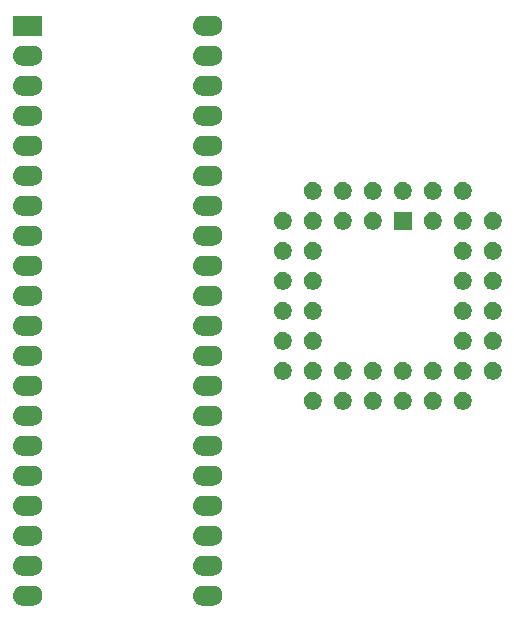
<source format=gbr>
G04 #@! TF.GenerationSoftware,KiCad,Pcbnew,(5.1.4)-1*
G04 #@! TF.CreationDate,2020-01-28T22:58:31+09:00*
G04 #@! TF.ProjectId,PLCC2DIP40,504c4343-3244-4495-9034-302e6b696361,rev?*
G04 #@! TF.SameCoordinates,Original*
G04 #@! TF.FileFunction,Soldermask,Top*
G04 #@! TF.FilePolarity,Negative*
%FSLAX46Y46*%
G04 Gerber Fmt 4.6, Leading zero omitted, Abs format (unit mm)*
G04 Created by KiCad (PCBNEW (5.1.4)-1) date 2020-01-28 22:58:31*
%MOMM*%
%LPD*%
G04 APERTURE LIST*
%ADD10C,0.100000*%
G04 APERTURE END LIST*
D10*
G36*
X55176823Y-74091313D02*
G01*
X55337242Y-74139976D01*
X55469906Y-74210886D01*
X55485078Y-74218996D01*
X55614659Y-74325341D01*
X55721004Y-74454922D01*
X55721005Y-74454924D01*
X55800024Y-74602758D01*
X55848687Y-74763177D01*
X55865117Y-74930000D01*
X55848687Y-75096823D01*
X55800024Y-75257242D01*
X55729114Y-75389906D01*
X55721004Y-75405078D01*
X55614659Y-75534659D01*
X55485078Y-75641004D01*
X55485076Y-75641005D01*
X55337242Y-75720024D01*
X55176823Y-75768687D01*
X55051804Y-75781000D01*
X54168196Y-75781000D01*
X54043177Y-75768687D01*
X53882758Y-75720024D01*
X53734924Y-75641005D01*
X53734922Y-75641004D01*
X53605341Y-75534659D01*
X53498996Y-75405078D01*
X53490886Y-75389906D01*
X53419976Y-75257242D01*
X53371313Y-75096823D01*
X53354883Y-74930000D01*
X53371313Y-74763177D01*
X53419976Y-74602758D01*
X53498995Y-74454924D01*
X53498996Y-74454922D01*
X53605341Y-74325341D01*
X53734922Y-74218996D01*
X53750094Y-74210886D01*
X53882758Y-74139976D01*
X54043177Y-74091313D01*
X54168196Y-74079000D01*
X55051804Y-74079000D01*
X55176823Y-74091313D01*
X55176823Y-74091313D01*
G37*
G36*
X39936823Y-74091313D02*
G01*
X40097242Y-74139976D01*
X40229906Y-74210886D01*
X40245078Y-74218996D01*
X40374659Y-74325341D01*
X40481004Y-74454922D01*
X40481005Y-74454924D01*
X40560024Y-74602758D01*
X40608687Y-74763177D01*
X40625117Y-74930000D01*
X40608687Y-75096823D01*
X40560024Y-75257242D01*
X40489114Y-75389906D01*
X40481004Y-75405078D01*
X40374659Y-75534659D01*
X40245078Y-75641004D01*
X40245076Y-75641005D01*
X40097242Y-75720024D01*
X39936823Y-75768687D01*
X39811804Y-75781000D01*
X38928196Y-75781000D01*
X38803177Y-75768687D01*
X38642758Y-75720024D01*
X38494924Y-75641005D01*
X38494922Y-75641004D01*
X38365341Y-75534659D01*
X38258996Y-75405078D01*
X38250886Y-75389906D01*
X38179976Y-75257242D01*
X38131313Y-75096823D01*
X38114883Y-74930000D01*
X38131313Y-74763177D01*
X38179976Y-74602758D01*
X38258995Y-74454924D01*
X38258996Y-74454922D01*
X38365341Y-74325341D01*
X38494922Y-74218996D01*
X38510094Y-74210886D01*
X38642758Y-74139976D01*
X38803177Y-74091313D01*
X38928196Y-74079000D01*
X39811804Y-74079000D01*
X39936823Y-74091313D01*
X39936823Y-74091313D01*
G37*
G36*
X55176823Y-71551313D02*
G01*
X55337242Y-71599976D01*
X55469906Y-71670886D01*
X55485078Y-71678996D01*
X55614659Y-71785341D01*
X55721004Y-71914922D01*
X55721005Y-71914924D01*
X55800024Y-72062758D01*
X55848687Y-72223177D01*
X55865117Y-72390000D01*
X55848687Y-72556823D01*
X55800024Y-72717242D01*
X55729114Y-72849906D01*
X55721004Y-72865078D01*
X55614659Y-72994659D01*
X55485078Y-73101004D01*
X55485076Y-73101005D01*
X55337242Y-73180024D01*
X55176823Y-73228687D01*
X55051804Y-73241000D01*
X54168196Y-73241000D01*
X54043177Y-73228687D01*
X53882758Y-73180024D01*
X53734924Y-73101005D01*
X53734922Y-73101004D01*
X53605341Y-72994659D01*
X53498996Y-72865078D01*
X53490886Y-72849906D01*
X53419976Y-72717242D01*
X53371313Y-72556823D01*
X53354883Y-72390000D01*
X53371313Y-72223177D01*
X53419976Y-72062758D01*
X53498995Y-71914924D01*
X53498996Y-71914922D01*
X53605341Y-71785341D01*
X53734922Y-71678996D01*
X53750094Y-71670886D01*
X53882758Y-71599976D01*
X54043177Y-71551313D01*
X54168196Y-71539000D01*
X55051804Y-71539000D01*
X55176823Y-71551313D01*
X55176823Y-71551313D01*
G37*
G36*
X39936823Y-71551313D02*
G01*
X40097242Y-71599976D01*
X40229906Y-71670886D01*
X40245078Y-71678996D01*
X40374659Y-71785341D01*
X40481004Y-71914922D01*
X40481005Y-71914924D01*
X40560024Y-72062758D01*
X40608687Y-72223177D01*
X40625117Y-72390000D01*
X40608687Y-72556823D01*
X40560024Y-72717242D01*
X40489114Y-72849906D01*
X40481004Y-72865078D01*
X40374659Y-72994659D01*
X40245078Y-73101004D01*
X40245076Y-73101005D01*
X40097242Y-73180024D01*
X39936823Y-73228687D01*
X39811804Y-73241000D01*
X38928196Y-73241000D01*
X38803177Y-73228687D01*
X38642758Y-73180024D01*
X38494924Y-73101005D01*
X38494922Y-73101004D01*
X38365341Y-72994659D01*
X38258996Y-72865078D01*
X38250886Y-72849906D01*
X38179976Y-72717242D01*
X38131313Y-72556823D01*
X38114883Y-72390000D01*
X38131313Y-72223177D01*
X38179976Y-72062758D01*
X38258995Y-71914924D01*
X38258996Y-71914922D01*
X38365341Y-71785341D01*
X38494922Y-71678996D01*
X38510094Y-71670886D01*
X38642758Y-71599976D01*
X38803177Y-71551313D01*
X38928196Y-71539000D01*
X39811804Y-71539000D01*
X39936823Y-71551313D01*
X39936823Y-71551313D01*
G37*
G36*
X55176823Y-69011313D02*
G01*
X55337242Y-69059976D01*
X55469906Y-69130886D01*
X55485078Y-69138996D01*
X55614659Y-69245341D01*
X55721004Y-69374922D01*
X55721005Y-69374924D01*
X55800024Y-69522758D01*
X55848687Y-69683177D01*
X55865117Y-69850000D01*
X55848687Y-70016823D01*
X55800024Y-70177242D01*
X55729114Y-70309906D01*
X55721004Y-70325078D01*
X55614659Y-70454659D01*
X55485078Y-70561004D01*
X55485076Y-70561005D01*
X55337242Y-70640024D01*
X55176823Y-70688687D01*
X55051804Y-70701000D01*
X54168196Y-70701000D01*
X54043177Y-70688687D01*
X53882758Y-70640024D01*
X53734924Y-70561005D01*
X53734922Y-70561004D01*
X53605341Y-70454659D01*
X53498996Y-70325078D01*
X53490886Y-70309906D01*
X53419976Y-70177242D01*
X53371313Y-70016823D01*
X53354883Y-69850000D01*
X53371313Y-69683177D01*
X53419976Y-69522758D01*
X53498995Y-69374924D01*
X53498996Y-69374922D01*
X53605341Y-69245341D01*
X53734922Y-69138996D01*
X53750094Y-69130886D01*
X53882758Y-69059976D01*
X54043177Y-69011313D01*
X54168196Y-68999000D01*
X55051804Y-68999000D01*
X55176823Y-69011313D01*
X55176823Y-69011313D01*
G37*
G36*
X39936823Y-69011313D02*
G01*
X40097242Y-69059976D01*
X40229906Y-69130886D01*
X40245078Y-69138996D01*
X40374659Y-69245341D01*
X40481004Y-69374922D01*
X40481005Y-69374924D01*
X40560024Y-69522758D01*
X40608687Y-69683177D01*
X40625117Y-69850000D01*
X40608687Y-70016823D01*
X40560024Y-70177242D01*
X40489114Y-70309906D01*
X40481004Y-70325078D01*
X40374659Y-70454659D01*
X40245078Y-70561004D01*
X40245076Y-70561005D01*
X40097242Y-70640024D01*
X39936823Y-70688687D01*
X39811804Y-70701000D01*
X38928196Y-70701000D01*
X38803177Y-70688687D01*
X38642758Y-70640024D01*
X38494924Y-70561005D01*
X38494922Y-70561004D01*
X38365341Y-70454659D01*
X38258996Y-70325078D01*
X38250886Y-70309906D01*
X38179976Y-70177242D01*
X38131313Y-70016823D01*
X38114883Y-69850000D01*
X38131313Y-69683177D01*
X38179976Y-69522758D01*
X38258995Y-69374924D01*
X38258996Y-69374922D01*
X38365341Y-69245341D01*
X38494922Y-69138996D01*
X38510094Y-69130886D01*
X38642758Y-69059976D01*
X38803177Y-69011313D01*
X38928196Y-68999000D01*
X39811804Y-68999000D01*
X39936823Y-69011313D01*
X39936823Y-69011313D01*
G37*
G36*
X39936823Y-66471313D02*
G01*
X40097242Y-66519976D01*
X40229906Y-66590886D01*
X40245078Y-66598996D01*
X40374659Y-66705341D01*
X40481004Y-66834922D01*
X40481005Y-66834924D01*
X40560024Y-66982758D01*
X40608687Y-67143177D01*
X40625117Y-67310000D01*
X40608687Y-67476823D01*
X40560024Y-67637242D01*
X40489114Y-67769906D01*
X40481004Y-67785078D01*
X40374659Y-67914659D01*
X40245078Y-68021004D01*
X40245076Y-68021005D01*
X40097242Y-68100024D01*
X39936823Y-68148687D01*
X39811804Y-68161000D01*
X38928196Y-68161000D01*
X38803177Y-68148687D01*
X38642758Y-68100024D01*
X38494924Y-68021005D01*
X38494922Y-68021004D01*
X38365341Y-67914659D01*
X38258996Y-67785078D01*
X38250886Y-67769906D01*
X38179976Y-67637242D01*
X38131313Y-67476823D01*
X38114883Y-67310000D01*
X38131313Y-67143177D01*
X38179976Y-66982758D01*
X38258995Y-66834924D01*
X38258996Y-66834922D01*
X38365341Y-66705341D01*
X38494922Y-66598996D01*
X38510094Y-66590886D01*
X38642758Y-66519976D01*
X38803177Y-66471313D01*
X38928196Y-66459000D01*
X39811804Y-66459000D01*
X39936823Y-66471313D01*
X39936823Y-66471313D01*
G37*
G36*
X55176823Y-66471313D02*
G01*
X55337242Y-66519976D01*
X55469906Y-66590886D01*
X55485078Y-66598996D01*
X55614659Y-66705341D01*
X55721004Y-66834922D01*
X55721005Y-66834924D01*
X55800024Y-66982758D01*
X55848687Y-67143177D01*
X55865117Y-67310000D01*
X55848687Y-67476823D01*
X55800024Y-67637242D01*
X55729114Y-67769906D01*
X55721004Y-67785078D01*
X55614659Y-67914659D01*
X55485078Y-68021004D01*
X55485076Y-68021005D01*
X55337242Y-68100024D01*
X55176823Y-68148687D01*
X55051804Y-68161000D01*
X54168196Y-68161000D01*
X54043177Y-68148687D01*
X53882758Y-68100024D01*
X53734924Y-68021005D01*
X53734922Y-68021004D01*
X53605341Y-67914659D01*
X53498996Y-67785078D01*
X53490886Y-67769906D01*
X53419976Y-67637242D01*
X53371313Y-67476823D01*
X53354883Y-67310000D01*
X53371313Y-67143177D01*
X53419976Y-66982758D01*
X53498995Y-66834924D01*
X53498996Y-66834922D01*
X53605341Y-66705341D01*
X53734922Y-66598996D01*
X53750094Y-66590886D01*
X53882758Y-66519976D01*
X54043177Y-66471313D01*
X54168196Y-66459000D01*
X55051804Y-66459000D01*
X55176823Y-66471313D01*
X55176823Y-66471313D01*
G37*
G36*
X55176823Y-63931313D02*
G01*
X55337242Y-63979976D01*
X55469906Y-64050886D01*
X55485078Y-64058996D01*
X55614659Y-64165341D01*
X55721004Y-64294922D01*
X55721005Y-64294924D01*
X55800024Y-64442758D01*
X55848687Y-64603177D01*
X55865117Y-64770000D01*
X55848687Y-64936823D01*
X55800024Y-65097242D01*
X55729114Y-65229906D01*
X55721004Y-65245078D01*
X55614659Y-65374659D01*
X55485078Y-65481004D01*
X55485076Y-65481005D01*
X55337242Y-65560024D01*
X55176823Y-65608687D01*
X55051804Y-65621000D01*
X54168196Y-65621000D01*
X54043177Y-65608687D01*
X53882758Y-65560024D01*
X53734924Y-65481005D01*
X53734922Y-65481004D01*
X53605341Y-65374659D01*
X53498996Y-65245078D01*
X53490886Y-65229906D01*
X53419976Y-65097242D01*
X53371313Y-64936823D01*
X53354883Y-64770000D01*
X53371313Y-64603177D01*
X53419976Y-64442758D01*
X53498995Y-64294924D01*
X53498996Y-64294922D01*
X53605341Y-64165341D01*
X53734922Y-64058996D01*
X53750094Y-64050886D01*
X53882758Y-63979976D01*
X54043177Y-63931313D01*
X54168196Y-63919000D01*
X55051804Y-63919000D01*
X55176823Y-63931313D01*
X55176823Y-63931313D01*
G37*
G36*
X39936823Y-63931313D02*
G01*
X40097242Y-63979976D01*
X40229906Y-64050886D01*
X40245078Y-64058996D01*
X40374659Y-64165341D01*
X40481004Y-64294922D01*
X40481005Y-64294924D01*
X40560024Y-64442758D01*
X40608687Y-64603177D01*
X40625117Y-64770000D01*
X40608687Y-64936823D01*
X40560024Y-65097242D01*
X40489114Y-65229906D01*
X40481004Y-65245078D01*
X40374659Y-65374659D01*
X40245078Y-65481004D01*
X40245076Y-65481005D01*
X40097242Y-65560024D01*
X39936823Y-65608687D01*
X39811804Y-65621000D01*
X38928196Y-65621000D01*
X38803177Y-65608687D01*
X38642758Y-65560024D01*
X38494924Y-65481005D01*
X38494922Y-65481004D01*
X38365341Y-65374659D01*
X38258996Y-65245078D01*
X38250886Y-65229906D01*
X38179976Y-65097242D01*
X38131313Y-64936823D01*
X38114883Y-64770000D01*
X38131313Y-64603177D01*
X38179976Y-64442758D01*
X38258995Y-64294924D01*
X38258996Y-64294922D01*
X38365341Y-64165341D01*
X38494922Y-64058996D01*
X38510094Y-64050886D01*
X38642758Y-63979976D01*
X38803177Y-63931313D01*
X38928196Y-63919000D01*
X39811804Y-63919000D01*
X39936823Y-63931313D01*
X39936823Y-63931313D01*
G37*
G36*
X39936823Y-61391313D02*
G01*
X40097242Y-61439976D01*
X40229906Y-61510886D01*
X40245078Y-61518996D01*
X40374659Y-61625341D01*
X40481004Y-61754922D01*
X40481005Y-61754924D01*
X40560024Y-61902758D01*
X40608687Y-62063177D01*
X40625117Y-62230000D01*
X40608687Y-62396823D01*
X40560024Y-62557242D01*
X40489114Y-62689906D01*
X40481004Y-62705078D01*
X40374659Y-62834659D01*
X40245078Y-62941004D01*
X40245076Y-62941005D01*
X40097242Y-63020024D01*
X39936823Y-63068687D01*
X39811804Y-63081000D01*
X38928196Y-63081000D01*
X38803177Y-63068687D01*
X38642758Y-63020024D01*
X38494924Y-62941005D01*
X38494922Y-62941004D01*
X38365341Y-62834659D01*
X38258996Y-62705078D01*
X38250886Y-62689906D01*
X38179976Y-62557242D01*
X38131313Y-62396823D01*
X38114883Y-62230000D01*
X38131313Y-62063177D01*
X38179976Y-61902758D01*
X38258995Y-61754924D01*
X38258996Y-61754922D01*
X38365341Y-61625341D01*
X38494922Y-61518996D01*
X38510094Y-61510886D01*
X38642758Y-61439976D01*
X38803177Y-61391313D01*
X38928196Y-61379000D01*
X39811804Y-61379000D01*
X39936823Y-61391313D01*
X39936823Y-61391313D01*
G37*
G36*
X55176823Y-61391313D02*
G01*
X55337242Y-61439976D01*
X55469906Y-61510886D01*
X55485078Y-61518996D01*
X55614659Y-61625341D01*
X55721004Y-61754922D01*
X55721005Y-61754924D01*
X55800024Y-61902758D01*
X55848687Y-62063177D01*
X55865117Y-62230000D01*
X55848687Y-62396823D01*
X55800024Y-62557242D01*
X55729114Y-62689906D01*
X55721004Y-62705078D01*
X55614659Y-62834659D01*
X55485078Y-62941004D01*
X55485076Y-62941005D01*
X55337242Y-63020024D01*
X55176823Y-63068687D01*
X55051804Y-63081000D01*
X54168196Y-63081000D01*
X54043177Y-63068687D01*
X53882758Y-63020024D01*
X53734924Y-62941005D01*
X53734922Y-62941004D01*
X53605341Y-62834659D01*
X53498996Y-62705078D01*
X53490886Y-62689906D01*
X53419976Y-62557242D01*
X53371313Y-62396823D01*
X53354883Y-62230000D01*
X53371313Y-62063177D01*
X53419976Y-61902758D01*
X53498995Y-61754924D01*
X53498996Y-61754922D01*
X53605341Y-61625341D01*
X53734922Y-61518996D01*
X53750094Y-61510886D01*
X53882758Y-61439976D01*
X54043177Y-61391313D01*
X54168196Y-61379000D01*
X55051804Y-61379000D01*
X55176823Y-61391313D01*
X55176823Y-61391313D01*
G37*
G36*
X55176823Y-58851313D02*
G01*
X55337242Y-58899976D01*
X55469906Y-58970886D01*
X55485078Y-58978996D01*
X55614659Y-59085341D01*
X55721004Y-59214922D01*
X55721005Y-59214924D01*
X55800024Y-59362758D01*
X55848687Y-59523177D01*
X55865117Y-59690000D01*
X55848687Y-59856823D01*
X55800024Y-60017242D01*
X55729114Y-60149906D01*
X55721004Y-60165078D01*
X55614659Y-60294659D01*
X55485078Y-60401004D01*
X55485076Y-60401005D01*
X55337242Y-60480024D01*
X55176823Y-60528687D01*
X55051804Y-60541000D01*
X54168196Y-60541000D01*
X54043177Y-60528687D01*
X53882758Y-60480024D01*
X53734924Y-60401005D01*
X53734922Y-60401004D01*
X53605341Y-60294659D01*
X53498996Y-60165078D01*
X53490886Y-60149906D01*
X53419976Y-60017242D01*
X53371313Y-59856823D01*
X53354883Y-59690000D01*
X53371313Y-59523177D01*
X53419976Y-59362758D01*
X53498995Y-59214924D01*
X53498996Y-59214922D01*
X53605341Y-59085341D01*
X53734922Y-58978996D01*
X53750094Y-58970886D01*
X53882758Y-58899976D01*
X54043177Y-58851313D01*
X54168196Y-58839000D01*
X55051804Y-58839000D01*
X55176823Y-58851313D01*
X55176823Y-58851313D01*
G37*
G36*
X39936823Y-58851313D02*
G01*
X40097242Y-58899976D01*
X40229906Y-58970886D01*
X40245078Y-58978996D01*
X40374659Y-59085341D01*
X40481004Y-59214922D01*
X40481005Y-59214924D01*
X40560024Y-59362758D01*
X40608687Y-59523177D01*
X40625117Y-59690000D01*
X40608687Y-59856823D01*
X40560024Y-60017242D01*
X40489114Y-60149906D01*
X40481004Y-60165078D01*
X40374659Y-60294659D01*
X40245078Y-60401004D01*
X40245076Y-60401005D01*
X40097242Y-60480024D01*
X39936823Y-60528687D01*
X39811804Y-60541000D01*
X38928196Y-60541000D01*
X38803177Y-60528687D01*
X38642758Y-60480024D01*
X38494924Y-60401005D01*
X38494922Y-60401004D01*
X38365341Y-60294659D01*
X38258996Y-60165078D01*
X38250886Y-60149906D01*
X38179976Y-60017242D01*
X38131313Y-59856823D01*
X38114883Y-59690000D01*
X38131313Y-59523177D01*
X38179976Y-59362758D01*
X38258995Y-59214924D01*
X38258996Y-59214922D01*
X38365341Y-59085341D01*
X38494922Y-58978996D01*
X38510094Y-58970886D01*
X38642758Y-58899976D01*
X38803177Y-58851313D01*
X38928196Y-58839000D01*
X39811804Y-58839000D01*
X39936823Y-58851313D01*
X39936823Y-58851313D01*
G37*
G36*
X71342325Y-57687090D02*
G01*
X71481038Y-57744547D01*
X71605872Y-57827958D01*
X71712042Y-57934128D01*
X71795453Y-58058962D01*
X71852910Y-58197675D01*
X71882200Y-58344929D01*
X71882200Y-58495071D01*
X71852910Y-58642325D01*
X71795453Y-58781038D01*
X71712042Y-58905872D01*
X71605872Y-59012042D01*
X71481038Y-59095453D01*
X71342325Y-59152910D01*
X71195071Y-59182200D01*
X71044929Y-59182200D01*
X70897675Y-59152910D01*
X70758962Y-59095453D01*
X70634128Y-59012042D01*
X70527958Y-58905872D01*
X70444547Y-58781038D01*
X70387090Y-58642325D01*
X70357800Y-58495071D01*
X70357800Y-58344929D01*
X70387090Y-58197675D01*
X70444547Y-58058962D01*
X70527958Y-57934128D01*
X70634128Y-57827958D01*
X70758962Y-57744547D01*
X70897675Y-57687090D01*
X71044929Y-57657800D01*
X71195071Y-57657800D01*
X71342325Y-57687090D01*
X71342325Y-57687090D01*
G37*
G36*
X63722325Y-57687090D02*
G01*
X63861038Y-57744547D01*
X63985872Y-57827958D01*
X64092042Y-57934128D01*
X64175453Y-58058962D01*
X64232910Y-58197675D01*
X64262200Y-58344929D01*
X64262200Y-58495071D01*
X64232910Y-58642325D01*
X64175453Y-58781038D01*
X64092042Y-58905872D01*
X63985872Y-59012042D01*
X63861038Y-59095453D01*
X63722325Y-59152910D01*
X63575071Y-59182200D01*
X63424929Y-59182200D01*
X63277675Y-59152910D01*
X63138962Y-59095453D01*
X63014128Y-59012042D01*
X62907958Y-58905872D01*
X62824547Y-58781038D01*
X62767090Y-58642325D01*
X62737800Y-58495071D01*
X62737800Y-58344929D01*
X62767090Y-58197675D01*
X62824547Y-58058962D01*
X62907958Y-57934128D01*
X63014128Y-57827958D01*
X63138962Y-57744547D01*
X63277675Y-57687090D01*
X63424929Y-57657800D01*
X63575071Y-57657800D01*
X63722325Y-57687090D01*
X63722325Y-57687090D01*
G37*
G36*
X66262325Y-57687090D02*
G01*
X66401038Y-57744547D01*
X66525872Y-57827958D01*
X66632042Y-57934128D01*
X66715453Y-58058962D01*
X66772910Y-58197675D01*
X66802200Y-58344929D01*
X66802200Y-58495071D01*
X66772910Y-58642325D01*
X66715453Y-58781038D01*
X66632042Y-58905872D01*
X66525872Y-59012042D01*
X66401038Y-59095453D01*
X66262325Y-59152910D01*
X66115071Y-59182200D01*
X65964929Y-59182200D01*
X65817675Y-59152910D01*
X65678962Y-59095453D01*
X65554128Y-59012042D01*
X65447958Y-58905872D01*
X65364547Y-58781038D01*
X65307090Y-58642325D01*
X65277800Y-58495071D01*
X65277800Y-58344929D01*
X65307090Y-58197675D01*
X65364547Y-58058962D01*
X65447958Y-57934128D01*
X65554128Y-57827958D01*
X65678962Y-57744547D01*
X65817675Y-57687090D01*
X65964929Y-57657800D01*
X66115071Y-57657800D01*
X66262325Y-57687090D01*
X66262325Y-57687090D01*
G37*
G36*
X76422325Y-57687090D02*
G01*
X76561038Y-57744547D01*
X76685872Y-57827958D01*
X76792042Y-57934128D01*
X76875453Y-58058962D01*
X76932910Y-58197675D01*
X76962200Y-58344929D01*
X76962200Y-58495071D01*
X76932910Y-58642325D01*
X76875453Y-58781038D01*
X76792042Y-58905872D01*
X76685872Y-59012042D01*
X76561038Y-59095453D01*
X76422325Y-59152910D01*
X76275071Y-59182200D01*
X76124929Y-59182200D01*
X75977675Y-59152910D01*
X75838962Y-59095453D01*
X75714128Y-59012042D01*
X75607958Y-58905872D01*
X75524547Y-58781038D01*
X75467090Y-58642325D01*
X75437800Y-58495071D01*
X75437800Y-58344929D01*
X75467090Y-58197675D01*
X75524547Y-58058962D01*
X75607958Y-57934128D01*
X75714128Y-57827958D01*
X75838962Y-57744547D01*
X75977675Y-57687090D01*
X76124929Y-57657800D01*
X76275071Y-57657800D01*
X76422325Y-57687090D01*
X76422325Y-57687090D01*
G37*
G36*
X73882325Y-57687090D02*
G01*
X74021038Y-57744547D01*
X74145872Y-57827958D01*
X74252042Y-57934128D01*
X74335453Y-58058962D01*
X74392910Y-58197675D01*
X74422200Y-58344929D01*
X74422200Y-58495071D01*
X74392910Y-58642325D01*
X74335453Y-58781038D01*
X74252042Y-58905872D01*
X74145872Y-59012042D01*
X74021038Y-59095453D01*
X73882325Y-59152910D01*
X73735071Y-59182200D01*
X73584929Y-59182200D01*
X73437675Y-59152910D01*
X73298962Y-59095453D01*
X73174128Y-59012042D01*
X73067958Y-58905872D01*
X72984547Y-58781038D01*
X72927090Y-58642325D01*
X72897800Y-58495071D01*
X72897800Y-58344929D01*
X72927090Y-58197675D01*
X72984547Y-58058962D01*
X73067958Y-57934128D01*
X73174128Y-57827958D01*
X73298962Y-57744547D01*
X73437675Y-57687090D01*
X73584929Y-57657800D01*
X73735071Y-57657800D01*
X73882325Y-57687090D01*
X73882325Y-57687090D01*
G37*
G36*
X68802325Y-57687090D02*
G01*
X68941038Y-57744547D01*
X69065872Y-57827958D01*
X69172042Y-57934128D01*
X69255453Y-58058962D01*
X69312910Y-58197675D01*
X69342200Y-58344929D01*
X69342200Y-58495071D01*
X69312910Y-58642325D01*
X69255453Y-58781038D01*
X69172042Y-58905872D01*
X69065872Y-59012042D01*
X68941038Y-59095453D01*
X68802325Y-59152910D01*
X68655071Y-59182200D01*
X68504929Y-59182200D01*
X68357675Y-59152910D01*
X68218962Y-59095453D01*
X68094128Y-59012042D01*
X67987958Y-58905872D01*
X67904547Y-58781038D01*
X67847090Y-58642325D01*
X67817800Y-58495071D01*
X67817800Y-58344929D01*
X67847090Y-58197675D01*
X67904547Y-58058962D01*
X67987958Y-57934128D01*
X68094128Y-57827958D01*
X68218962Y-57744547D01*
X68357675Y-57687090D01*
X68504929Y-57657800D01*
X68655071Y-57657800D01*
X68802325Y-57687090D01*
X68802325Y-57687090D01*
G37*
G36*
X39936823Y-56311313D02*
G01*
X40097242Y-56359976D01*
X40229906Y-56430886D01*
X40245078Y-56438996D01*
X40374659Y-56545341D01*
X40481004Y-56674922D01*
X40481005Y-56674924D01*
X40560024Y-56822758D01*
X40608687Y-56983177D01*
X40625117Y-57150000D01*
X40608687Y-57316823D01*
X40560024Y-57477242D01*
X40489114Y-57609906D01*
X40481004Y-57625078D01*
X40374659Y-57754659D01*
X40245078Y-57861004D01*
X40245076Y-57861005D01*
X40097242Y-57940024D01*
X39936823Y-57988687D01*
X39811804Y-58001000D01*
X38928196Y-58001000D01*
X38803177Y-57988687D01*
X38642758Y-57940024D01*
X38494924Y-57861005D01*
X38494922Y-57861004D01*
X38365341Y-57754659D01*
X38258996Y-57625078D01*
X38250886Y-57609906D01*
X38179976Y-57477242D01*
X38131313Y-57316823D01*
X38114883Y-57150000D01*
X38131313Y-56983177D01*
X38179976Y-56822758D01*
X38258995Y-56674924D01*
X38258996Y-56674922D01*
X38365341Y-56545341D01*
X38494922Y-56438996D01*
X38510094Y-56430886D01*
X38642758Y-56359976D01*
X38803177Y-56311313D01*
X38928196Y-56299000D01*
X39811804Y-56299000D01*
X39936823Y-56311313D01*
X39936823Y-56311313D01*
G37*
G36*
X55176823Y-56311313D02*
G01*
X55337242Y-56359976D01*
X55469906Y-56430886D01*
X55485078Y-56438996D01*
X55614659Y-56545341D01*
X55721004Y-56674922D01*
X55721005Y-56674924D01*
X55800024Y-56822758D01*
X55848687Y-56983177D01*
X55865117Y-57150000D01*
X55848687Y-57316823D01*
X55800024Y-57477242D01*
X55729114Y-57609906D01*
X55721004Y-57625078D01*
X55614659Y-57754659D01*
X55485078Y-57861004D01*
X55485076Y-57861005D01*
X55337242Y-57940024D01*
X55176823Y-57988687D01*
X55051804Y-58001000D01*
X54168196Y-58001000D01*
X54043177Y-57988687D01*
X53882758Y-57940024D01*
X53734924Y-57861005D01*
X53734922Y-57861004D01*
X53605341Y-57754659D01*
X53498996Y-57625078D01*
X53490886Y-57609906D01*
X53419976Y-57477242D01*
X53371313Y-57316823D01*
X53354883Y-57150000D01*
X53371313Y-56983177D01*
X53419976Y-56822758D01*
X53498995Y-56674924D01*
X53498996Y-56674922D01*
X53605341Y-56545341D01*
X53734922Y-56438996D01*
X53750094Y-56430886D01*
X53882758Y-56359976D01*
X54043177Y-56311313D01*
X54168196Y-56299000D01*
X55051804Y-56299000D01*
X55176823Y-56311313D01*
X55176823Y-56311313D01*
G37*
G36*
X61182325Y-55147090D02*
G01*
X61321038Y-55204547D01*
X61445872Y-55287958D01*
X61552042Y-55394128D01*
X61635453Y-55518962D01*
X61692910Y-55657675D01*
X61722200Y-55804929D01*
X61722200Y-55955071D01*
X61692910Y-56102325D01*
X61635453Y-56241038D01*
X61552042Y-56365872D01*
X61445872Y-56472042D01*
X61321038Y-56555453D01*
X61182325Y-56612910D01*
X61035071Y-56642200D01*
X60884929Y-56642200D01*
X60737675Y-56612910D01*
X60598962Y-56555453D01*
X60474128Y-56472042D01*
X60367958Y-56365872D01*
X60284547Y-56241038D01*
X60227090Y-56102325D01*
X60197800Y-55955071D01*
X60197800Y-55804929D01*
X60227090Y-55657675D01*
X60284547Y-55518962D01*
X60367958Y-55394128D01*
X60474128Y-55287958D01*
X60598962Y-55204547D01*
X60737675Y-55147090D01*
X60884929Y-55117800D01*
X61035071Y-55117800D01*
X61182325Y-55147090D01*
X61182325Y-55147090D01*
G37*
G36*
X76422325Y-55147090D02*
G01*
X76561038Y-55204547D01*
X76685872Y-55287958D01*
X76792042Y-55394128D01*
X76875453Y-55518962D01*
X76932910Y-55657675D01*
X76962200Y-55804929D01*
X76962200Y-55955071D01*
X76932910Y-56102325D01*
X76875453Y-56241038D01*
X76792042Y-56365872D01*
X76685872Y-56472042D01*
X76561038Y-56555453D01*
X76422325Y-56612910D01*
X76275071Y-56642200D01*
X76124929Y-56642200D01*
X75977675Y-56612910D01*
X75838962Y-56555453D01*
X75714128Y-56472042D01*
X75607958Y-56365872D01*
X75524547Y-56241038D01*
X75467090Y-56102325D01*
X75437800Y-55955071D01*
X75437800Y-55804929D01*
X75467090Y-55657675D01*
X75524547Y-55518962D01*
X75607958Y-55394128D01*
X75714128Y-55287958D01*
X75838962Y-55204547D01*
X75977675Y-55147090D01*
X76124929Y-55117800D01*
X76275071Y-55117800D01*
X76422325Y-55147090D01*
X76422325Y-55147090D01*
G37*
G36*
X73882325Y-55147090D02*
G01*
X74021038Y-55204547D01*
X74145872Y-55287958D01*
X74252042Y-55394128D01*
X74335453Y-55518962D01*
X74392910Y-55657675D01*
X74422200Y-55804929D01*
X74422200Y-55955071D01*
X74392910Y-56102325D01*
X74335453Y-56241038D01*
X74252042Y-56365872D01*
X74145872Y-56472042D01*
X74021038Y-56555453D01*
X73882325Y-56612910D01*
X73735071Y-56642200D01*
X73584929Y-56642200D01*
X73437675Y-56612910D01*
X73298962Y-56555453D01*
X73174128Y-56472042D01*
X73067958Y-56365872D01*
X72984547Y-56241038D01*
X72927090Y-56102325D01*
X72897800Y-55955071D01*
X72897800Y-55804929D01*
X72927090Y-55657675D01*
X72984547Y-55518962D01*
X73067958Y-55394128D01*
X73174128Y-55287958D01*
X73298962Y-55204547D01*
X73437675Y-55147090D01*
X73584929Y-55117800D01*
X73735071Y-55117800D01*
X73882325Y-55147090D01*
X73882325Y-55147090D01*
G37*
G36*
X71342325Y-55147090D02*
G01*
X71481038Y-55204547D01*
X71605872Y-55287958D01*
X71712042Y-55394128D01*
X71795453Y-55518962D01*
X71852910Y-55657675D01*
X71882200Y-55804929D01*
X71882200Y-55955071D01*
X71852910Y-56102325D01*
X71795453Y-56241038D01*
X71712042Y-56365872D01*
X71605872Y-56472042D01*
X71481038Y-56555453D01*
X71342325Y-56612910D01*
X71195071Y-56642200D01*
X71044929Y-56642200D01*
X70897675Y-56612910D01*
X70758962Y-56555453D01*
X70634128Y-56472042D01*
X70527958Y-56365872D01*
X70444547Y-56241038D01*
X70387090Y-56102325D01*
X70357800Y-55955071D01*
X70357800Y-55804929D01*
X70387090Y-55657675D01*
X70444547Y-55518962D01*
X70527958Y-55394128D01*
X70634128Y-55287958D01*
X70758962Y-55204547D01*
X70897675Y-55147090D01*
X71044929Y-55117800D01*
X71195071Y-55117800D01*
X71342325Y-55147090D01*
X71342325Y-55147090D01*
G37*
G36*
X66262325Y-55147090D02*
G01*
X66401038Y-55204547D01*
X66525872Y-55287958D01*
X66632042Y-55394128D01*
X66715453Y-55518962D01*
X66772910Y-55657675D01*
X66802200Y-55804929D01*
X66802200Y-55955071D01*
X66772910Y-56102325D01*
X66715453Y-56241038D01*
X66632042Y-56365872D01*
X66525872Y-56472042D01*
X66401038Y-56555453D01*
X66262325Y-56612910D01*
X66115071Y-56642200D01*
X65964929Y-56642200D01*
X65817675Y-56612910D01*
X65678962Y-56555453D01*
X65554128Y-56472042D01*
X65447958Y-56365872D01*
X65364547Y-56241038D01*
X65307090Y-56102325D01*
X65277800Y-55955071D01*
X65277800Y-55804929D01*
X65307090Y-55657675D01*
X65364547Y-55518962D01*
X65447958Y-55394128D01*
X65554128Y-55287958D01*
X65678962Y-55204547D01*
X65817675Y-55147090D01*
X65964929Y-55117800D01*
X66115071Y-55117800D01*
X66262325Y-55147090D01*
X66262325Y-55147090D01*
G37*
G36*
X63722325Y-55147090D02*
G01*
X63861038Y-55204547D01*
X63985872Y-55287958D01*
X64092042Y-55394128D01*
X64175453Y-55518962D01*
X64232910Y-55657675D01*
X64262200Y-55804929D01*
X64262200Y-55955071D01*
X64232910Y-56102325D01*
X64175453Y-56241038D01*
X64092042Y-56365872D01*
X63985872Y-56472042D01*
X63861038Y-56555453D01*
X63722325Y-56612910D01*
X63575071Y-56642200D01*
X63424929Y-56642200D01*
X63277675Y-56612910D01*
X63138962Y-56555453D01*
X63014128Y-56472042D01*
X62907958Y-56365872D01*
X62824547Y-56241038D01*
X62767090Y-56102325D01*
X62737800Y-55955071D01*
X62737800Y-55804929D01*
X62767090Y-55657675D01*
X62824547Y-55518962D01*
X62907958Y-55394128D01*
X63014128Y-55287958D01*
X63138962Y-55204547D01*
X63277675Y-55147090D01*
X63424929Y-55117800D01*
X63575071Y-55117800D01*
X63722325Y-55147090D01*
X63722325Y-55147090D01*
G37*
G36*
X78962325Y-55147090D02*
G01*
X79101038Y-55204547D01*
X79225872Y-55287958D01*
X79332042Y-55394128D01*
X79415453Y-55518962D01*
X79472910Y-55657675D01*
X79502200Y-55804929D01*
X79502200Y-55955071D01*
X79472910Y-56102325D01*
X79415453Y-56241038D01*
X79332042Y-56365872D01*
X79225872Y-56472042D01*
X79101038Y-56555453D01*
X78962325Y-56612910D01*
X78815071Y-56642200D01*
X78664929Y-56642200D01*
X78517675Y-56612910D01*
X78378962Y-56555453D01*
X78254128Y-56472042D01*
X78147958Y-56365872D01*
X78064547Y-56241038D01*
X78007090Y-56102325D01*
X77977800Y-55955071D01*
X77977800Y-55804929D01*
X78007090Y-55657675D01*
X78064547Y-55518962D01*
X78147958Y-55394128D01*
X78254128Y-55287958D01*
X78378962Y-55204547D01*
X78517675Y-55147090D01*
X78664929Y-55117800D01*
X78815071Y-55117800D01*
X78962325Y-55147090D01*
X78962325Y-55147090D01*
G37*
G36*
X68802325Y-55147090D02*
G01*
X68941038Y-55204547D01*
X69065872Y-55287958D01*
X69172042Y-55394128D01*
X69255453Y-55518962D01*
X69312910Y-55657675D01*
X69342200Y-55804929D01*
X69342200Y-55955071D01*
X69312910Y-56102325D01*
X69255453Y-56241038D01*
X69172042Y-56365872D01*
X69065872Y-56472042D01*
X68941038Y-56555453D01*
X68802325Y-56612910D01*
X68655071Y-56642200D01*
X68504929Y-56642200D01*
X68357675Y-56612910D01*
X68218962Y-56555453D01*
X68094128Y-56472042D01*
X67987958Y-56365872D01*
X67904547Y-56241038D01*
X67847090Y-56102325D01*
X67817800Y-55955071D01*
X67817800Y-55804929D01*
X67847090Y-55657675D01*
X67904547Y-55518962D01*
X67987958Y-55394128D01*
X68094128Y-55287958D01*
X68218962Y-55204547D01*
X68357675Y-55147090D01*
X68504929Y-55117800D01*
X68655071Y-55117800D01*
X68802325Y-55147090D01*
X68802325Y-55147090D01*
G37*
G36*
X39936823Y-53771313D02*
G01*
X40097242Y-53819976D01*
X40229906Y-53890886D01*
X40245078Y-53898996D01*
X40374659Y-54005341D01*
X40481004Y-54134922D01*
X40481005Y-54134924D01*
X40560024Y-54282758D01*
X40608687Y-54443177D01*
X40625117Y-54610000D01*
X40608687Y-54776823D01*
X40560024Y-54937242D01*
X40489114Y-55069906D01*
X40481004Y-55085078D01*
X40374659Y-55214659D01*
X40245078Y-55321004D01*
X40245076Y-55321005D01*
X40097242Y-55400024D01*
X39936823Y-55448687D01*
X39811804Y-55461000D01*
X38928196Y-55461000D01*
X38803177Y-55448687D01*
X38642758Y-55400024D01*
X38494924Y-55321005D01*
X38494922Y-55321004D01*
X38365341Y-55214659D01*
X38258996Y-55085078D01*
X38250886Y-55069906D01*
X38179976Y-54937242D01*
X38131313Y-54776823D01*
X38114883Y-54610000D01*
X38131313Y-54443177D01*
X38179976Y-54282758D01*
X38258995Y-54134924D01*
X38258996Y-54134922D01*
X38365341Y-54005341D01*
X38494922Y-53898996D01*
X38510094Y-53890886D01*
X38642758Y-53819976D01*
X38803177Y-53771313D01*
X38928196Y-53759000D01*
X39811804Y-53759000D01*
X39936823Y-53771313D01*
X39936823Y-53771313D01*
G37*
G36*
X55176823Y-53771313D02*
G01*
X55337242Y-53819976D01*
X55469906Y-53890886D01*
X55485078Y-53898996D01*
X55614659Y-54005341D01*
X55721004Y-54134922D01*
X55721005Y-54134924D01*
X55800024Y-54282758D01*
X55848687Y-54443177D01*
X55865117Y-54610000D01*
X55848687Y-54776823D01*
X55800024Y-54937242D01*
X55729114Y-55069906D01*
X55721004Y-55085078D01*
X55614659Y-55214659D01*
X55485078Y-55321004D01*
X55485076Y-55321005D01*
X55337242Y-55400024D01*
X55176823Y-55448687D01*
X55051804Y-55461000D01*
X54168196Y-55461000D01*
X54043177Y-55448687D01*
X53882758Y-55400024D01*
X53734924Y-55321005D01*
X53734922Y-55321004D01*
X53605341Y-55214659D01*
X53498996Y-55085078D01*
X53490886Y-55069906D01*
X53419976Y-54937242D01*
X53371313Y-54776823D01*
X53354883Y-54610000D01*
X53371313Y-54443177D01*
X53419976Y-54282758D01*
X53498995Y-54134924D01*
X53498996Y-54134922D01*
X53605341Y-54005341D01*
X53734922Y-53898996D01*
X53750094Y-53890886D01*
X53882758Y-53819976D01*
X54043177Y-53771313D01*
X54168196Y-53759000D01*
X55051804Y-53759000D01*
X55176823Y-53771313D01*
X55176823Y-53771313D01*
G37*
G36*
X76422325Y-52607090D02*
G01*
X76561038Y-52664547D01*
X76685872Y-52747958D01*
X76792042Y-52854128D01*
X76875453Y-52978962D01*
X76932910Y-53117675D01*
X76962200Y-53264929D01*
X76962200Y-53415071D01*
X76932910Y-53562325D01*
X76875453Y-53701038D01*
X76792042Y-53825872D01*
X76685872Y-53932042D01*
X76561038Y-54015453D01*
X76422325Y-54072910D01*
X76275071Y-54102200D01*
X76124929Y-54102200D01*
X75977675Y-54072910D01*
X75838962Y-54015453D01*
X75714128Y-53932042D01*
X75607958Y-53825872D01*
X75524547Y-53701038D01*
X75467090Y-53562325D01*
X75437800Y-53415071D01*
X75437800Y-53264929D01*
X75467090Y-53117675D01*
X75524547Y-52978962D01*
X75607958Y-52854128D01*
X75714128Y-52747958D01*
X75838962Y-52664547D01*
X75977675Y-52607090D01*
X76124929Y-52577800D01*
X76275071Y-52577800D01*
X76422325Y-52607090D01*
X76422325Y-52607090D01*
G37*
G36*
X63722325Y-52607090D02*
G01*
X63861038Y-52664547D01*
X63985872Y-52747958D01*
X64092042Y-52854128D01*
X64175453Y-52978962D01*
X64232910Y-53117675D01*
X64262200Y-53264929D01*
X64262200Y-53415071D01*
X64232910Y-53562325D01*
X64175453Y-53701038D01*
X64092042Y-53825872D01*
X63985872Y-53932042D01*
X63861038Y-54015453D01*
X63722325Y-54072910D01*
X63575071Y-54102200D01*
X63424929Y-54102200D01*
X63277675Y-54072910D01*
X63138962Y-54015453D01*
X63014128Y-53932042D01*
X62907958Y-53825872D01*
X62824547Y-53701038D01*
X62767090Y-53562325D01*
X62737800Y-53415071D01*
X62737800Y-53264929D01*
X62767090Y-53117675D01*
X62824547Y-52978962D01*
X62907958Y-52854128D01*
X63014128Y-52747958D01*
X63138962Y-52664547D01*
X63277675Y-52607090D01*
X63424929Y-52577800D01*
X63575071Y-52577800D01*
X63722325Y-52607090D01*
X63722325Y-52607090D01*
G37*
G36*
X78962325Y-52607090D02*
G01*
X79101038Y-52664547D01*
X79225872Y-52747958D01*
X79332042Y-52854128D01*
X79415453Y-52978962D01*
X79472910Y-53117675D01*
X79502200Y-53264929D01*
X79502200Y-53415071D01*
X79472910Y-53562325D01*
X79415453Y-53701038D01*
X79332042Y-53825872D01*
X79225872Y-53932042D01*
X79101038Y-54015453D01*
X78962325Y-54072910D01*
X78815071Y-54102200D01*
X78664929Y-54102200D01*
X78517675Y-54072910D01*
X78378962Y-54015453D01*
X78254128Y-53932042D01*
X78147958Y-53825872D01*
X78064547Y-53701038D01*
X78007090Y-53562325D01*
X77977800Y-53415071D01*
X77977800Y-53264929D01*
X78007090Y-53117675D01*
X78064547Y-52978962D01*
X78147958Y-52854128D01*
X78254128Y-52747958D01*
X78378962Y-52664547D01*
X78517675Y-52607090D01*
X78664929Y-52577800D01*
X78815071Y-52577800D01*
X78962325Y-52607090D01*
X78962325Y-52607090D01*
G37*
G36*
X61182325Y-52607090D02*
G01*
X61321038Y-52664547D01*
X61445872Y-52747958D01*
X61552042Y-52854128D01*
X61635453Y-52978962D01*
X61692910Y-53117675D01*
X61722200Y-53264929D01*
X61722200Y-53415071D01*
X61692910Y-53562325D01*
X61635453Y-53701038D01*
X61552042Y-53825872D01*
X61445872Y-53932042D01*
X61321038Y-54015453D01*
X61182325Y-54072910D01*
X61035071Y-54102200D01*
X60884929Y-54102200D01*
X60737675Y-54072910D01*
X60598962Y-54015453D01*
X60474128Y-53932042D01*
X60367958Y-53825872D01*
X60284547Y-53701038D01*
X60227090Y-53562325D01*
X60197800Y-53415071D01*
X60197800Y-53264929D01*
X60227090Y-53117675D01*
X60284547Y-52978962D01*
X60367958Y-52854128D01*
X60474128Y-52747958D01*
X60598962Y-52664547D01*
X60737675Y-52607090D01*
X60884929Y-52577800D01*
X61035071Y-52577800D01*
X61182325Y-52607090D01*
X61182325Y-52607090D01*
G37*
G36*
X55176823Y-51231313D02*
G01*
X55337242Y-51279976D01*
X55469906Y-51350886D01*
X55485078Y-51358996D01*
X55614659Y-51465341D01*
X55721004Y-51594922D01*
X55721005Y-51594924D01*
X55800024Y-51742758D01*
X55848687Y-51903177D01*
X55865117Y-52070000D01*
X55848687Y-52236823D01*
X55800024Y-52397242D01*
X55729114Y-52529906D01*
X55721004Y-52545078D01*
X55614659Y-52674659D01*
X55485078Y-52781004D01*
X55485076Y-52781005D01*
X55337242Y-52860024D01*
X55176823Y-52908687D01*
X55051804Y-52921000D01*
X54168196Y-52921000D01*
X54043177Y-52908687D01*
X53882758Y-52860024D01*
X53734924Y-52781005D01*
X53734922Y-52781004D01*
X53605341Y-52674659D01*
X53498996Y-52545078D01*
X53490886Y-52529906D01*
X53419976Y-52397242D01*
X53371313Y-52236823D01*
X53354883Y-52070000D01*
X53371313Y-51903177D01*
X53419976Y-51742758D01*
X53498995Y-51594924D01*
X53498996Y-51594922D01*
X53605341Y-51465341D01*
X53734922Y-51358996D01*
X53750094Y-51350886D01*
X53882758Y-51279976D01*
X54043177Y-51231313D01*
X54168196Y-51219000D01*
X55051804Y-51219000D01*
X55176823Y-51231313D01*
X55176823Y-51231313D01*
G37*
G36*
X39936823Y-51231313D02*
G01*
X40097242Y-51279976D01*
X40229906Y-51350886D01*
X40245078Y-51358996D01*
X40374659Y-51465341D01*
X40481004Y-51594922D01*
X40481005Y-51594924D01*
X40560024Y-51742758D01*
X40608687Y-51903177D01*
X40625117Y-52070000D01*
X40608687Y-52236823D01*
X40560024Y-52397242D01*
X40489114Y-52529906D01*
X40481004Y-52545078D01*
X40374659Y-52674659D01*
X40245078Y-52781004D01*
X40245076Y-52781005D01*
X40097242Y-52860024D01*
X39936823Y-52908687D01*
X39811804Y-52921000D01*
X38928196Y-52921000D01*
X38803177Y-52908687D01*
X38642758Y-52860024D01*
X38494924Y-52781005D01*
X38494922Y-52781004D01*
X38365341Y-52674659D01*
X38258996Y-52545078D01*
X38250886Y-52529906D01*
X38179976Y-52397242D01*
X38131313Y-52236823D01*
X38114883Y-52070000D01*
X38131313Y-51903177D01*
X38179976Y-51742758D01*
X38258995Y-51594924D01*
X38258996Y-51594922D01*
X38365341Y-51465341D01*
X38494922Y-51358996D01*
X38510094Y-51350886D01*
X38642758Y-51279976D01*
X38803177Y-51231313D01*
X38928196Y-51219000D01*
X39811804Y-51219000D01*
X39936823Y-51231313D01*
X39936823Y-51231313D01*
G37*
G36*
X61182325Y-50067090D02*
G01*
X61321038Y-50124547D01*
X61445872Y-50207958D01*
X61552042Y-50314128D01*
X61635453Y-50438962D01*
X61692910Y-50577675D01*
X61722200Y-50724929D01*
X61722200Y-50875071D01*
X61692910Y-51022325D01*
X61635453Y-51161038D01*
X61552042Y-51285872D01*
X61445872Y-51392042D01*
X61321038Y-51475453D01*
X61182325Y-51532910D01*
X61035071Y-51562200D01*
X60884929Y-51562200D01*
X60737675Y-51532910D01*
X60598962Y-51475453D01*
X60474128Y-51392042D01*
X60367958Y-51285872D01*
X60284547Y-51161038D01*
X60227090Y-51022325D01*
X60197800Y-50875071D01*
X60197800Y-50724929D01*
X60227090Y-50577675D01*
X60284547Y-50438962D01*
X60367958Y-50314128D01*
X60474128Y-50207958D01*
X60598962Y-50124547D01*
X60737675Y-50067090D01*
X60884929Y-50037800D01*
X61035071Y-50037800D01*
X61182325Y-50067090D01*
X61182325Y-50067090D01*
G37*
G36*
X76422325Y-50067090D02*
G01*
X76561038Y-50124547D01*
X76685872Y-50207958D01*
X76792042Y-50314128D01*
X76875453Y-50438962D01*
X76932910Y-50577675D01*
X76962200Y-50724929D01*
X76962200Y-50875071D01*
X76932910Y-51022325D01*
X76875453Y-51161038D01*
X76792042Y-51285872D01*
X76685872Y-51392042D01*
X76561038Y-51475453D01*
X76422325Y-51532910D01*
X76275071Y-51562200D01*
X76124929Y-51562200D01*
X75977675Y-51532910D01*
X75838962Y-51475453D01*
X75714128Y-51392042D01*
X75607958Y-51285872D01*
X75524547Y-51161038D01*
X75467090Y-51022325D01*
X75437800Y-50875071D01*
X75437800Y-50724929D01*
X75467090Y-50577675D01*
X75524547Y-50438962D01*
X75607958Y-50314128D01*
X75714128Y-50207958D01*
X75838962Y-50124547D01*
X75977675Y-50067090D01*
X76124929Y-50037800D01*
X76275071Y-50037800D01*
X76422325Y-50067090D01*
X76422325Y-50067090D01*
G37*
G36*
X63722325Y-50067090D02*
G01*
X63861038Y-50124547D01*
X63985872Y-50207958D01*
X64092042Y-50314128D01*
X64175453Y-50438962D01*
X64232910Y-50577675D01*
X64262200Y-50724929D01*
X64262200Y-50875071D01*
X64232910Y-51022325D01*
X64175453Y-51161038D01*
X64092042Y-51285872D01*
X63985872Y-51392042D01*
X63861038Y-51475453D01*
X63722325Y-51532910D01*
X63575071Y-51562200D01*
X63424929Y-51562200D01*
X63277675Y-51532910D01*
X63138962Y-51475453D01*
X63014128Y-51392042D01*
X62907958Y-51285872D01*
X62824547Y-51161038D01*
X62767090Y-51022325D01*
X62737800Y-50875071D01*
X62737800Y-50724929D01*
X62767090Y-50577675D01*
X62824547Y-50438962D01*
X62907958Y-50314128D01*
X63014128Y-50207958D01*
X63138962Y-50124547D01*
X63277675Y-50067090D01*
X63424929Y-50037800D01*
X63575071Y-50037800D01*
X63722325Y-50067090D01*
X63722325Y-50067090D01*
G37*
G36*
X78962325Y-50067090D02*
G01*
X79101038Y-50124547D01*
X79225872Y-50207958D01*
X79332042Y-50314128D01*
X79415453Y-50438962D01*
X79472910Y-50577675D01*
X79502200Y-50724929D01*
X79502200Y-50875071D01*
X79472910Y-51022325D01*
X79415453Y-51161038D01*
X79332042Y-51285872D01*
X79225872Y-51392042D01*
X79101038Y-51475453D01*
X78962325Y-51532910D01*
X78815071Y-51562200D01*
X78664929Y-51562200D01*
X78517675Y-51532910D01*
X78378962Y-51475453D01*
X78254128Y-51392042D01*
X78147958Y-51285872D01*
X78064547Y-51161038D01*
X78007090Y-51022325D01*
X77977800Y-50875071D01*
X77977800Y-50724929D01*
X78007090Y-50577675D01*
X78064547Y-50438962D01*
X78147958Y-50314128D01*
X78254128Y-50207958D01*
X78378962Y-50124547D01*
X78517675Y-50067090D01*
X78664929Y-50037800D01*
X78815071Y-50037800D01*
X78962325Y-50067090D01*
X78962325Y-50067090D01*
G37*
G36*
X39936823Y-48691313D02*
G01*
X40097242Y-48739976D01*
X40229906Y-48810886D01*
X40245078Y-48818996D01*
X40374659Y-48925341D01*
X40481004Y-49054922D01*
X40481005Y-49054924D01*
X40560024Y-49202758D01*
X40608687Y-49363177D01*
X40625117Y-49530000D01*
X40608687Y-49696823D01*
X40560024Y-49857242D01*
X40489114Y-49989906D01*
X40481004Y-50005078D01*
X40374659Y-50134659D01*
X40245078Y-50241004D01*
X40245076Y-50241005D01*
X40097242Y-50320024D01*
X39936823Y-50368687D01*
X39811804Y-50381000D01*
X38928196Y-50381000D01*
X38803177Y-50368687D01*
X38642758Y-50320024D01*
X38494924Y-50241005D01*
X38494922Y-50241004D01*
X38365341Y-50134659D01*
X38258996Y-50005078D01*
X38250886Y-49989906D01*
X38179976Y-49857242D01*
X38131313Y-49696823D01*
X38114883Y-49530000D01*
X38131313Y-49363177D01*
X38179976Y-49202758D01*
X38258995Y-49054924D01*
X38258996Y-49054922D01*
X38365341Y-48925341D01*
X38494922Y-48818996D01*
X38510094Y-48810886D01*
X38642758Y-48739976D01*
X38803177Y-48691313D01*
X38928196Y-48679000D01*
X39811804Y-48679000D01*
X39936823Y-48691313D01*
X39936823Y-48691313D01*
G37*
G36*
X55176823Y-48691313D02*
G01*
X55337242Y-48739976D01*
X55469906Y-48810886D01*
X55485078Y-48818996D01*
X55614659Y-48925341D01*
X55721004Y-49054922D01*
X55721005Y-49054924D01*
X55800024Y-49202758D01*
X55848687Y-49363177D01*
X55865117Y-49530000D01*
X55848687Y-49696823D01*
X55800024Y-49857242D01*
X55729114Y-49989906D01*
X55721004Y-50005078D01*
X55614659Y-50134659D01*
X55485078Y-50241004D01*
X55485076Y-50241005D01*
X55337242Y-50320024D01*
X55176823Y-50368687D01*
X55051804Y-50381000D01*
X54168196Y-50381000D01*
X54043177Y-50368687D01*
X53882758Y-50320024D01*
X53734924Y-50241005D01*
X53734922Y-50241004D01*
X53605341Y-50134659D01*
X53498996Y-50005078D01*
X53490886Y-49989906D01*
X53419976Y-49857242D01*
X53371313Y-49696823D01*
X53354883Y-49530000D01*
X53371313Y-49363177D01*
X53419976Y-49202758D01*
X53498995Y-49054924D01*
X53498996Y-49054922D01*
X53605341Y-48925341D01*
X53734922Y-48818996D01*
X53750094Y-48810886D01*
X53882758Y-48739976D01*
X54043177Y-48691313D01*
X54168196Y-48679000D01*
X55051804Y-48679000D01*
X55176823Y-48691313D01*
X55176823Y-48691313D01*
G37*
G36*
X76422325Y-47527090D02*
G01*
X76561038Y-47584547D01*
X76685872Y-47667958D01*
X76792042Y-47774128D01*
X76875453Y-47898962D01*
X76932910Y-48037675D01*
X76962200Y-48184929D01*
X76962200Y-48335071D01*
X76932910Y-48482325D01*
X76875453Y-48621038D01*
X76792042Y-48745872D01*
X76685872Y-48852042D01*
X76561038Y-48935453D01*
X76422325Y-48992910D01*
X76275071Y-49022200D01*
X76124929Y-49022200D01*
X75977675Y-48992910D01*
X75838962Y-48935453D01*
X75714128Y-48852042D01*
X75607958Y-48745872D01*
X75524547Y-48621038D01*
X75467090Y-48482325D01*
X75437800Y-48335071D01*
X75437800Y-48184929D01*
X75467090Y-48037675D01*
X75524547Y-47898962D01*
X75607958Y-47774128D01*
X75714128Y-47667958D01*
X75838962Y-47584547D01*
X75977675Y-47527090D01*
X76124929Y-47497800D01*
X76275071Y-47497800D01*
X76422325Y-47527090D01*
X76422325Y-47527090D01*
G37*
G36*
X61182325Y-47527090D02*
G01*
X61321038Y-47584547D01*
X61445872Y-47667958D01*
X61552042Y-47774128D01*
X61635453Y-47898962D01*
X61692910Y-48037675D01*
X61722200Y-48184929D01*
X61722200Y-48335071D01*
X61692910Y-48482325D01*
X61635453Y-48621038D01*
X61552042Y-48745872D01*
X61445872Y-48852042D01*
X61321038Y-48935453D01*
X61182325Y-48992910D01*
X61035071Y-49022200D01*
X60884929Y-49022200D01*
X60737675Y-48992910D01*
X60598962Y-48935453D01*
X60474128Y-48852042D01*
X60367958Y-48745872D01*
X60284547Y-48621038D01*
X60227090Y-48482325D01*
X60197800Y-48335071D01*
X60197800Y-48184929D01*
X60227090Y-48037675D01*
X60284547Y-47898962D01*
X60367958Y-47774128D01*
X60474128Y-47667958D01*
X60598962Y-47584547D01*
X60737675Y-47527090D01*
X60884929Y-47497800D01*
X61035071Y-47497800D01*
X61182325Y-47527090D01*
X61182325Y-47527090D01*
G37*
G36*
X63722325Y-47527090D02*
G01*
X63861038Y-47584547D01*
X63985872Y-47667958D01*
X64092042Y-47774128D01*
X64175453Y-47898962D01*
X64232910Y-48037675D01*
X64262200Y-48184929D01*
X64262200Y-48335071D01*
X64232910Y-48482325D01*
X64175453Y-48621038D01*
X64092042Y-48745872D01*
X63985872Y-48852042D01*
X63861038Y-48935453D01*
X63722325Y-48992910D01*
X63575071Y-49022200D01*
X63424929Y-49022200D01*
X63277675Y-48992910D01*
X63138962Y-48935453D01*
X63014128Y-48852042D01*
X62907958Y-48745872D01*
X62824547Y-48621038D01*
X62767090Y-48482325D01*
X62737800Y-48335071D01*
X62737800Y-48184929D01*
X62767090Y-48037675D01*
X62824547Y-47898962D01*
X62907958Y-47774128D01*
X63014128Y-47667958D01*
X63138962Y-47584547D01*
X63277675Y-47527090D01*
X63424929Y-47497800D01*
X63575071Y-47497800D01*
X63722325Y-47527090D01*
X63722325Y-47527090D01*
G37*
G36*
X78962325Y-47527090D02*
G01*
X79101038Y-47584547D01*
X79225872Y-47667958D01*
X79332042Y-47774128D01*
X79415453Y-47898962D01*
X79472910Y-48037675D01*
X79502200Y-48184929D01*
X79502200Y-48335071D01*
X79472910Y-48482325D01*
X79415453Y-48621038D01*
X79332042Y-48745872D01*
X79225872Y-48852042D01*
X79101038Y-48935453D01*
X78962325Y-48992910D01*
X78815071Y-49022200D01*
X78664929Y-49022200D01*
X78517675Y-48992910D01*
X78378962Y-48935453D01*
X78254128Y-48852042D01*
X78147958Y-48745872D01*
X78064547Y-48621038D01*
X78007090Y-48482325D01*
X77977800Y-48335071D01*
X77977800Y-48184929D01*
X78007090Y-48037675D01*
X78064547Y-47898962D01*
X78147958Y-47774128D01*
X78254128Y-47667958D01*
X78378962Y-47584547D01*
X78517675Y-47527090D01*
X78664929Y-47497800D01*
X78815071Y-47497800D01*
X78962325Y-47527090D01*
X78962325Y-47527090D01*
G37*
G36*
X55176823Y-46151313D02*
G01*
X55337242Y-46199976D01*
X55469906Y-46270886D01*
X55485078Y-46278996D01*
X55614659Y-46385341D01*
X55721004Y-46514922D01*
X55721005Y-46514924D01*
X55800024Y-46662758D01*
X55848687Y-46823177D01*
X55865117Y-46990000D01*
X55848687Y-47156823D01*
X55800024Y-47317242D01*
X55729114Y-47449906D01*
X55721004Y-47465078D01*
X55614659Y-47594659D01*
X55485078Y-47701004D01*
X55485076Y-47701005D01*
X55337242Y-47780024D01*
X55176823Y-47828687D01*
X55051804Y-47841000D01*
X54168196Y-47841000D01*
X54043177Y-47828687D01*
X53882758Y-47780024D01*
X53734924Y-47701005D01*
X53734922Y-47701004D01*
X53605341Y-47594659D01*
X53498996Y-47465078D01*
X53490886Y-47449906D01*
X53419976Y-47317242D01*
X53371313Y-47156823D01*
X53354883Y-46990000D01*
X53371313Y-46823177D01*
X53419976Y-46662758D01*
X53498995Y-46514924D01*
X53498996Y-46514922D01*
X53605341Y-46385341D01*
X53734922Y-46278996D01*
X53750094Y-46270886D01*
X53882758Y-46199976D01*
X54043177Y-46151313D01*
X54168196Y-46139000D01*
X55051804Y-46139000D01*
X55176823Y-46151313D01*
X55176823Y-46151313D01*
G37*
G36*
X39936823Y-46151313D02*
G01*
X40097242Y-46199976D01*
X40229906Y-46270886D01*
X40245078Y-46278996D01*
X40374659Y-46385341D01*
X40481004Y-46514922D01*
X40481005Y-46514924D01*
X40560024Y-46662758D01*
X40608687Y-46823177D01*
X40625117Y-46990000D01*
X40608687Y-47156823D01*
X40560024Y-47317242D01*
X40489114Y-47449906D01*
X40481004Y-47465078D01*
X40374659Y-47594659D01*
X40245078Y-47701004D01*
X40245076Y-47701005D01*
X40097242Y-47780024D01*
X39936823Y-47828687D01*
X39811804Y-47841000D01*
X38928196Y-47841000D01*
X38803177Y-47828687D01*
X38642758Y-47780024D01*
X38494924Y-47701005D01*
X38494922Y-47701004D01*
X38365341Y-47594659D01*
X38258996Y-47465078D01*
X38250886Y-47449906D01*
X38179976Y-47317242D01*
X38131313Y-47156823D01*
X38114883Y-46990000D01*
X38131313Y-46823177D01*
X38179976Y-46662758D01*
X38258995Y-46514924D01*
X38258996Y-46514922D01*
X38365341Y-46385341D01*
X38494922Y-46278996D01*
X38510094Y-46270886D01*
X38642758Y-46199976D01*
X38803177Y-46151313D01*
X38928196Y-46139000D01*
X39811804Y-46139000D01*
X39936823Y-46151313D01*
X39936823Y-46151313D01*
G37*
G36*
X78962325Y-44987090D02*
G01*
X79101038Y-45044547D01*
X79225872Y-45127958D01*
X79332042Y-45234128D01*
X79415453Y-45358962D01*
X79472910Y-45497675D01*
X79502200Y-45644929D01*
X79502200Y-45795071D01*
X79472910Y-45942325D01*
X79415453Y-46081038D01*
X79332042Y-46205872D01*
X79225872Y-46312042D01*
X79101038Y-46395453D01*
X78962325Y-46452910D01*
X78815071Y-46482200D01*
X78664929Y-46482200D01*
X78517675Y-46452910D01*
X78378962Y-46395453D01*
X78254128Y-46312042D01*
X78147958Y-46205872D01*
X78064547Y-46081038D01*
X78007090Y-45942325D01*
X77977800Y-45795071D01*
X77977800Y-45644929D01*
X78007090Y-45497675D01*
X78064547Y-45358962D01*
X78147958Y-45234128D01*
X78254128Y-45127958D01*
X78378962Y-45044547D01*
X78517675Y-44987090D01*
X78664929Y-44957800D01*
X78815071Y-44957800D01*
X78962325Y-44987090D01*
X78962325Y-44987090D01*
G37*
G36*
X63722325Y-44987090D02*
G01*
X63861038Y-45044547D01*
X63985872Y-45127958D01*
X64092042Y-45234128D01*
X64175453Y-45358962D01*
X64232910Y-45497675D01*
X64262200Y-45644929D01*
X64262200Y-45795071D01*
X64232910Y-45942325D01*
X64175453Y-46081038D01*
X64092042Y-46205872D01*
X63985872Y-46312042D01*
X63861038Y-46395453D01*
X63722325Y-46452910D01*
X63575071Y-46482200D01*
X63424929Y-46482200D01*
X63277675Y-46452910D01*
X63138962Y-46395453D01*
X63014128Y-46312042D01*
X62907958Y-46205872D01*
X62824547Y-46081038D01*
X62767090Y-45942325D01*
X62737800Y-45795071D01*
X62737800Y-45644929D01*
X62767090Y-45497675D01*
X62824547Y-45358962D01*
X62907958Y-45234128D01*
X63014128Y-45127958D01*
X63138962Y-45044547D01*
X63277675Y-44987090D01*
X63424929Y-44957800D01*
X63575071Y-44957800D01*
X63722325Y-44987090D01*
X63722325Y-44987090D01*
G37*
G36*
X61182325Y-44987090D02*
G01*
X61321038Y-45044547D01*
X61445872Y-45127958D01*
X61552042Y-45234128D01*
X61635453Y-45358962D01*
X61692910Y-45497675D01*
X61722200Y-45644929D01*
X61722200Y-45795071D01*
X61692910Y-45942325D01*
X61635453Y-46081038D01*
X61552042Y-46205872D01*
X61445872Y-46312042D01*
X61321038Y-46395453D01*
X61182325Y-46452910D01*
X61035071Y-46482200D01*
X60884929Y-46482200D01*
X60737675Y-46452910D01*
X60598962Y-46395453D01*
X60474128Y-46312042D01*
X60367958Y-46205872D01*
X60284547Y-46081038D01*
X60227090Y-45942325D01*
X60197800Y-45795071D01*
X60197800Y-45644929D01*
X60227090Y-45497675D01*
X60284547Y-45358962D01*
X60367958Y-45234128D01*
X60474128Y-45127958D01*
X60598962Y-45044547D01*
X60737675Y-44987090D01*
X60884929Y-44957800D01*
X61035071Y-44957800D01*
X61182325Y-44987090D01*
X61182325Y-44987090D01*
G37*
G36*
X76422325Y-44987090D02*
G01*
X76561038Y-45044547D01*
X76685872Y-45127958D01*
X76792042Y-45234128D01*
X76875453Y-45358962D01*
X76932910Y-45497675D01*
X76962200Y-45644929D01*
X76962200Y-45795071D01*
X76932910Y-45942325D01*
X76875453Y-46081038D01*
X76792042Y-46205872D01*
X76685872Y-46312042D01*
X76561038Y-46395453D01*
X76422325Y-46452910D01*
X76275071Y-46482200D01*
X76124929Y-46482200D01*
X75977675Y-46452910D01*
X75838962Y-46395453D01*
X75714128Y-46312042D01*
X75607958Y-46205872D01*
X75524547Y-46081038D01*
X75467090Y-45942325D01*
X75437800Y-45795071D01*
X75437800Y-45644929D01*
X75467090Y-45497675D01*
X75524547Y-45358962D01*
X75607958Y-45234128D01*
X75714128Y-45127958D01*
X75838962Y-45044547D01*
X75977675Y-44987090D01*
X76124929Y-44957800D01*
X76275071Y-44957800D01*
X76422325Y-44987090D01*
X76422325Y-44987090D01*
G37*
G36*
X55176823Y-43611313D02*
G01*
X55337242Y-43659976D01*
X55469906Y-43730886D01*
X55485078Y-43738996D01*
X55614659Y-43845341D01*
X55721004Y-43974922D01*
X55721005Y-43974924D01*
X55800024Y-44122758D01*
X55848687Y-44283177D01*
X55865117Y-44450000D01*
X55848687Y-44616823D01*
X55800024Y-44777242D01*
X55729114Y-44909906D01*
X55721004Y-44925078D01*
X55614659Y-45054659D01*
X55485078Y-45161004D01*
X55485076Y-45161005D01*
X55337242Y-45240024D01*
X55176823Y-45288687D01*
X55051804Y-45301000D01*
X54168196Y-45301000D01*
X54043177Y-45288687D01*
X53882758Y-45240024D01*
X53734924Y-45161005D01*
X53734922Y-45161004D01*
X53605341Y-45054659D01*
X53498996Y-44925078D01*
X53490886Y-44909906D01*
X53419976Y-44777242D01*
X53371313Y-44616823D01*
X53354883Y-44450000D01*
X53371313Y-44283177D01*
X53419976Y-44122758D01*
X53498995Y-43974924D01*
X53498996Y-43974922D01*
X53605341Y-43845341D01*
X53734922Y-43738996D01*
X53750094Y-43730886D01*
X53882758Y-43659976D01*
X54043177Y-43611313D01*
X54168196Y-43599000D01*
X55051804Y-43599000D01*
X55176823Y-43611313D01*
X55176823Y-43611313D01*
G37*
G36*
X39936823Y-43611313D02*
G01*
X40097242Y-43659976D01*
X40229906Y-43730886D01*
X40245078Y-43738996D01*
X40374659Y-43845341D01*
X40481004Y-43974922D01*
X40481005Y-43974924D01*
X40560024Y-44122758D01*
X40608687Y-44283177D01*
X40625117Y-44450000D01*
X40608687Y-44616823D01*
X40560024Y-44777242D01*
X40489114Y-44909906D01*
X40481004Y-44925078D01*
X40374659Y-45054659D01*
X40245078Y-45161004D01*
X40245076Y-45161005D01*
X40097242Y-45240024D01*
X39936823Y-45288687D01*
X39811804Y-45301000D01*
X38928196Y-45301000D01*
X38803177Y-45288687D01*
X38642758Y-45240024D01*
X38494924Y-45161005D01*
X38494922Y-45161004D01*
X38365341Y-45054659D01*
X38258996Y-44925078D01*
X38250886Y-44909906D01*
X38179976Y-44777242D01*
X38131313Y-44616823D01*
X38114883Y-44450000D01*
X38131313Y-44283177D01*
X38179976Y-44122758D01*
X38258995Y-43974924D01*
X38258996Y-43974922D01*
X38365341Y-43845341D01*
X38494922Y-43738996D01*
X38510094Y-43730886D01*
X38642758Y-43659976D01*
X38803177Y-43611313D01*
X38928196Y-43599000D01*
X39811804Y-43599000D01*
X39936823Y-43611313D01*
X39936823Y-43611313D01*
G37*
G36*
X78962325Y-42447090D02*
G01*
X79101038Y-42504547D01*
X79225872Y-42587958D01*
X79332042Y-42694128D01*
X79415453Y-42818962D01*
X79472910Y-42957675D01*
X79502200Y-43104929D01*
X79502200Y-43255071D01*
X79472910Y-43402325D01*
X79415453Y-43541038D01*
X79332042Y-43665872D01*
X79225872Y-43772042D01*
X79101038Y-43855453D01*
X78962325Y-43912910D01*
X78815071Y-43942200D01*
X78664929Y-43942200D01*
X78517675Y-43912910D01*
X78378962Y-43855453D01*
X78254128Y-43772042D01*
X78147958Y-43665872D01*
X78064547Y-43541038D01*
X78007090Y-43402325D01*
X77977800Y-43255071D01*
X77977800Y-43104929D01*
X78007090Y-42957675D01*
X78064547Y-42818962D01*
X78147958Y-42694128D01*
X78254128Y-42587958D01*
X78378962Y-42504547D01*
X78517675Y-42447090D01*
X78664929Y-42417800D01*
X78815071Y-42417800D01*
X78962325Y-42447090D01*
X78962325Y-42447090D01*
G37*
G36*
X61182325Y-42447090D02*
G01*
X61321038Y-42504547D01*
X61445872Y-42587958D01*
X61552042Y-42694128D01*
X61635453Y-42818962D01*
X61692910Y-42957675D01*
X61722200Y-43104929D01*
X61722200Y-43255071D01*
X61692910Y-43402325D01*
X61635453Y-43541038D01*
X61552042Y-43665872D01*
X61445872Y-43772042D01*
X61321038Y-43855453D01*
X61182325Y-43912910D01*
X61035071Y-43942200D01*
X60884929Y-43942200D01*
X60737675Y-43912910D01*
X60598962Y-43855453D01*
X60474128Y-43772042D01*
X60367958Y-43665872D01*
X60284547Y-43541038D01*
X60227090Y-43402325D01*
X60197800Y-43255071D01*
X60197800Y-43104929D01*
X60227090Y-42957675D01*
X60284547Y-42818962D01*
X60367958Y-42694128D01*
X60474128Y-42587958D01*
X60598962Y-42504547D01*
X60737675Y-42447090D01*
X60884929Y-42417800D01*
X61035071Y-42417800D01*
X61182325Y-42447090D01*
X61182325Y-42447090D01*
G37*
G36*
X73882325Y-42447090D02*
G01*
X74021038Y-42504547D01*
X74145872Y-42587958D01*
X74252042Y-42694128D01*
X74335453Y-42818962D01*
X74392910Y-42957675D01*
X74422200Y-43104929D01*
X74422200Y-43255071D01*
X74392910Y-43402325D01*
X74335453Y-43541038D01*
X74252042Y-43665872D01*
X74145872Y-43772042D01*
X74021038Y-43855453D01*
X73882325Y-43912910D01*
X73735071Y-43942200D01*
X73584929Y-43942200D01*
X73437675Y-43912910D01*
X73298962Y-43855453D01*
X73174128Y-43772042D01*
X73067958Y-43665872D01*
X72984547Y-43541038D01*
X72927090Y-43402325D01*
X72897800Y-43255071D01*
X72897800Y-43104929D01*
X72927090Y-42957675D01*
X72984547Y-42818962D01*
X73067958Y-42694128D01*
X73174128Y-42587958D01*
X73298962Y-42504547D01*
X73437675Y-42447090D01*
X73584929Y-42417800D01*
X73735071Y-42417800D01*
X73882325Y-42447090D01*
X73882325Y-42447090D01*
G37*
G36*
X71882200Y-43942200D02*
G01*
X70357800Y-43942200D01*
X70357800Y-42417800D01*
X71882200Y-42417800D01*
X71882200Y-43942200D01*
X71882200Y-43942200D01*
G37*
G36*
X66262325Y-42447090D02*
G01*
X66401038Y-42504547D01*
X66525872Y-42587958D01*
X66632042Y-42694128D01*
X66715453Y-42818962D01*
X66772910Y-42957675D01*
X66802200Y-43104929D01*
X66802200Y-43255071D01*
X66772910Y-43402325D01*
X66715453Y-43541038D01*
X66632042Y-43665872D01*
X66525872Y-43772042D01*
X66401038Y-43855453D01*
X66262325Y-43912910D01*
X66115071Y-43942200D01*
X65964929Y-43942200D01*
X65817675Y-43912910D01*
X65678962Y-43855453D01*
X65554128Y-43772042D01*
X65447958Y-43665872D01*
X65364547Y-43541038D01*
X65307090Y-43402325D01*
X65277800Y-43255071D01*
X65277800Y-43104929D01*
X65307090Y-42957675D01*
X65364547Y-42818962D01*
X65447958Y-42694128D01*
X65554128Y-42587958D01*
X65678962Y-42504547D01*
X65817675Y-42447090D01*
X65964929Y-42417800D01*
X66115071Y-42417800D01*
X66262325Y-42447090D01*
X66262325Y-42447090D01*
G37*
G36*
X76422325Y-42447090D02*
G01*
X76561038Y-42504547D01*
X76685872Y-42587958D01*
X76792042Y-42694128D01*
X76875453Y-42818962D01*
X76932910Y-42957675D01*
X76962200Y-43104929D01*
X76962200Y-43255071D01*
X76932910Y-43402325D01*
X76875453Y-43541038D01*
X76792042Y-43665872D01*
X76685872Y-43772042D01*
X76561038Y-43855453D01*
X76422325Y-43912910D01*
X76275071Y-43942200D01*
X76124929Y-43942200D01*
X75977675Y-43912910D01*
X75838962Y-43855453D01*
X75714128Y-43772042D01*
X75607958Y-43665872D01*
X75524547Y-43541038D01*
X75467090Y-43402325D01*
X75437800Y-43255071D01*
X75437800Y-43104929D01*
X75467090Y-42957675D01*
X75524547Y-42818962D01*
X75607958Y-42694128D01*
X75714128Y-42587958D01*
X75838962Y-42504547D01*
X75977675Y-42447090D01*
X76124929Y-42417800D01*
X76275071Y-42417800D01*
X76422325Y-42447090D01*
X76422325Y-42447090D01*
G37*
G36*
X63722325Y-42447090D02*
G01*
X63861038Y-42504547D01*
X63985872Y-42587958D01*
X64092042Y-42694128D01*
X64175453Y-42818962D01*
X64232910Y-42957675D01*
X64262200Y-43104929D01*
X64262200Y-43255071D01*
X64232910Y-43402325D01*
X64175453Y-43541038D01*
X64092042Y-43665872D01*
X63985872Y-43772042D01*
X63861038Y-43855453D01*
X63722325Y-43912910D01*
X63575071Y-43942200D01*
X63424929Y-43942200D01*
X63277675Y-43912910D01*
X63138962Y-43855453D01*
X63014128Y-43772042D01*
X62907958Y-43665872D01*
X62824547Y-43541038D01*
X62767090Y-43402325D01*
X62737800Y-43255071D01*
X62737800Y-43104929D01*
X62767090Y-42957675D01*
X62824547Y-42818962D01*
X62907958Y-42694128D01*
X63014128Y-42587958D01*
X63138962Y-42504547D01*
X63277675Y-42447090D01*
X63424929Y-42417800D01*
X63575071Y-42417800D01*
X63722325Y-42447090D01*
X63722325Y-42447090D01*
G37*
G36*
X68802325Y-42447090D02*
G01*
X68941038Y-42504547D01*
X69065872Y-42587958D01*
X69172042Y-42694128D01*
X69255453Y-42818962D01*
X69312910Y-42957675D01*
X69342200Y-43104929D01*
X69342200Y-43255071D01*
X69312910Y-43402325D01*
X69255453Y-43541038D01*
X69172042Y-43665872D01*
X69065872Y-43772042D01*
X68941038Y-43855453D01*
X68802325Y-43912910D01*
X68655071Y-43942200D01*
X68504929Y-43942200D01*
X68357675Y-43912910D01*
X68218962Y-43855453D01*
X68094128Y-43772042D01*
X67987958Y-43665872D01*
X67904547Y-43541038D01*
X67847090Y-43402325D01*
X67817800Y-43255071D01*
X67817800Y-43104929D01*
X67847090Y-42957675D01*
X67904547Y-42818962D01*
X67987958Y-42694128D01*
X68094128Y-42587958D01*
X68218962Y-42504547D01*
X68357675Y-42447090D01*
X68504929Y-42417800D01*
X68655071Y-42417800D01*
X68802325Y-42447090D01*
X68802325Y-42447090D01*
G37*
G36*
X39936823Y-41071313D02*
G01*
X40097242Y-41119976D01*
X40229906Y-41190886D01*
X40245078Y-41198996D01*
X40374659Y-41305341D01*
X40481004Y-41434922D01*
X40481005Y-41434924D01*
X40560024Y-41582758D01*
X40608687Y-41743177D01*
X40625117Y-41910000D01*
X40608687Y-42076823D01*
X40560024Y-42237242D01*
X40489114Y-42369906D01*
X40481004Y-42385078D01*
X40374659Y-42514659D01*
X40245078Y-42621004D01*
X40245076Y-42621005D01*
X40097242Y-42700024D01*
X39936823Y-42748687D01*
X39811804Y-42761000D01*
X38928196Y-42761000D01*
X38803177Y-42748687D01*
X38642758Y-42700024D01*
X38494924Y-42621005D01*
X38494922Y-42621004D01*
X38365341Y-42514659D01*
X38258996Y-42385078D01*
X38250886Y-42369906D01*
X38179976Y-42237242D01*
X38131313Y-42076823D01*
X38114883Y-41910000D01*
X38131313Y-41743177D01*
X38179976Y-41582758D01*
X38258995Y-41434924D01*
X38258996Y-41434922D01*
X38365341Y-41305341D01*
X38494922Y-41198996D01*
X38510094Y-41190886D01*
X38642758Y-41119976D01*
X38803177Y-41071313D01*
X38928196Y-41059000D01*
X39811804Y-41059000D01*
X39936823Y-41071313D01*
X39936823Y-41071313D01*
G37*
G36*
X55176823Y-41071313D02*
G01*
X55337242Y-41119976D01*
X55469906Y-41190886D01*
X55485078Y-41198996D01*
X55614659Y-41305341D01*
X55721004Y-41434922D01*
X55721005Y-41434924D01*
X55800024Y-41582758D01*
X55848687Y-41743177D01*
X55865117Y-41910000D01*
X55848687Y-42076823D01*
X55800024Y-42237242D01*
X55729114Y-42369906D01*
X55721004Y-42385078D01*
X55614659Y-42514659D01*
X55485078Y-42621004D01*
X55485076Y-42621005D01*
X55337242Y-42700024D01*
X55176823Y-42748687D01*
X55051804Y-42761000D01*
X54168196Y-42761000D01*
X54043177Y-42748687D01*
X53882758Y-42700024D01*
X53734924Y-42621005D01*
X53734922Y-42621004D01*
X53605341Y-42514659D01*
X53498996Y-42385078D01*
X53490886Y-42369906D01*
X53419976Y-42237242D01*
X53371313Y-42076823D01*
X53354883Y-41910000D01*
X53371313Y-41743177D01*
X53419976Y-41582758D01*
X53498995Y-41434924D01*
X53498996Y-41434922D01*
X53605341Y-41305341D01*
X53734922Y-41198996D01*
X53750094Y-41190886D01*
X53882758Y-41119976D01*
X54043177Y-41071313D01*
X54168196Y-41059000D01*
X55051804Y-41059000D01*
X55176823Y-41071313D01*
X55176823Y-41071313D01*
G37*
G36*
X71342325Y-39907090D02*
G01*
X71481038Y-39964547D01*
X71605872Y-40047958D01*
X71712042Y-40154128D01*
X71795453Y-40278962D01*
X71852910Y-40417675D01*
X71882200Y-40564929D01*
X71882200Y-40715071D01*
X71852910Y-40862325D01*
X71795453Y-41001038D01*
X71712042Y-41125872D01*
X71605872Y-41232042D01*
X71481038Y-41315453D01*
X71342325Y-41372910D01*
X71195071Y-41402200D01*
X71044929Y-41402200D01*
X70897675Y-41372910D01*
X70758962Y-41315453D01*
X70634128Y-41232042D01*
X70527958Y-41125872D01*
X70444547Y-41001038D01*
X70387090Y-40862325D01*
X70357800Y-40715071D01*
X70357800Y-40564929D01*
X70387090Y-40417675D01*
X70444547Y-40278962D01*
X70527958Y-40154128D01*
X70634128Y-40047958D01*
X70758962Y-39964547D01*
X70897675Y-39907090D01*
X71044929Y-39877800D01*
X71195071Y-39877800D01*
X71342325Y-39907090D01*
X71342325Y-39907090D01*
G37*
G36*
X63722325Y-39907090D02*
G01*
X63861038Y-39964547D01*
X63985872Y-40047958D01*
X64092042Y-40154128D01*
X64175453Y-40278962D01*
X64232910Y-40417675D01*
X64262200Y-40564929D01*
X64262200Y-40715071D01*
X64232910Y-40862325D01*
X64175453Y-41001038D01*
X64092042Y-41125872D01*
X63985872Y-41232042D01*
X63861038Y-41315453D01*
X63722325Y-41372910D01*
X63575071Y-41402200D01*
X63424929Y-41402200D01*
X63277675Y-41372910D01*
X63138962Y-41315453D01*
X63014128Y-41232042D01*
X62907958Y-41125872D01*
X62824547Y-41001038D01*
X62767090Y-40862325D01*
X62737800Y-40715071D01*
X62737800Y-40564929D01*
X62767090Y-40417675D01*
X62824547Y-40278962D01*
X62907958Y-40154128D01*
X63014128Y-40047958D01*
X63138962Y-39964547D01*
X63277675Y-39907090D01*
X63424929Y-39877800D01*
X63575071Y-39877800D01*
X63722325Y-39907090D01*
X63722325Y-39907090D01*
G37*
G36*
X66262325Y-39907090D02*
G01*
X66401038Y-39964547D01*
X66525872Y-40047958D01*
X66632042Y-40154128D01*
X66715453Y-40278962D01*
X66772910Y-40417675D01*
X66802200Y-40564929D01*
X66802200Y-40715071D01*
X66772910Y-40862325D01*
X66715453Y-41001038D01*
X66632042Y-41125872D01*
X66525872Y-41232042D01*
X66401038Y-41315453D01*
X66262325Y-41372910D01*
X66115071Y-41402200D01*
X65964929Y-41402200D01*
X65817675Y-41372910D01*
X65678962Y-41315453D01*
X65554128Y-41232042D01*
X65447958Y-41125872D01*
X65364547Y-41001038D01*
X65307090Y-40862325D01*
X65277800Y-40715071D01*
X65277800Y-40564929D01*
X65307090Y-40417675D01*
X65364547Y-40278962D01*
X65447958Y-40154128D01*
X65554128Y-40047958D01*
X65678962Y-39964547D01*
X65817675Y-39907090D01*
X65964929Y-39877800D01*
X66115071Y-39877800D01*
X66262325Y-39907090D01*
X66262325Y-39907090D01*
G37*
G36*
X76422325Y-39907090D02*
G01*
X76561038Y-39964547D01*
X76685872Y-40047958D01*
X76792042Y-40154128D01*
X76875453Y-40278962D01*
X76932910Y-40417675D01*
X76962200Y-40564929D01*
X76962200Y-40715071D01*
X76932910Y-40862325D01*
X76875453Y-41001038D01*
X76792042Y-41125872D01*
X76685872Y-41232042D01*
X76561038Y-41315453D01*
X76422325Y-41372910D01*
X76275071Y-41402200D01*
X76124929Y-41402200D01*
X75977675Y-41372910D01*
X75838962Y-41315453D01*
X75714128Y-41232042D01*
X75607958Y-41125872D01*
X75524547Y-41001038D01*
X75467090Y-40862325D01*
X75437800Y-40715071D01*
X75437800Y-40564929D01*
X75467090Y-40417675D01*
X75524547Y-40278962D01*
X75607958Y-40154128D01*
X75714128Y-40047958D01*
X75838962Y-39964547D01*
X75977675Y-39907090D01*
X76124929Y-39877800D01*
X76275071Y-39877800D01*
X76422325Y-39907090D01*
X76422325Y-39907090D01*
G37*
G36*
X68802325Y-39907090D02*
G01*
X68941038Y-39964547D01*
X69065872Y-40047958D01*
X69172042Y-40154128D01*
X69255453Y-40278962D01*
X69312910Y-40417675D01*
X69342200Y-40564929D01*
X69342200Y-40715071D01*
X69312910Y-40862325D01*
X69255453Y-41001038D01*
X69172042Y-41125872D01*
X69065872Y-41232042D01*
X68941038Y-41315453D01*
X68802325Y-41372910D01*
X68655071Y-41402200D01*
X68504929Y-41402200D01*
X68357675Y-41372910D01*
X68218962Y-41315453D01*
X68094128Y-41232042D01*
X67987958Y-41125872D01*
X67904547Y-41001038D01*
X67847090Y-40862325D01*
X67817800Y-40715071D01*
X67817800Y-40564929D01*
X67847090Y-40417675D01*
X67904547Y-40278962D01*
X67987958Y-40154128D01*
X68094128Y-40047958D01*
X68218962Y-39964547D01*
X68357675Y-39907090D01*
X68504929Y-39877800D01*
X68655071Y-39877800D01*
X68802325Y-39907090D01*
X68802325Y-39907090D01*
G37*
G36*
X73882325Y-39907090D02*
G01*
X74021038Y-39964547D01*
X74145872Y-40047958D01*
X74252042Y-40154128D01*
X74335453Y-40278962D01*
X74392910Y-40417675D01*
X74422200Y-40564929D01*
X74422200Y-40715071D01*
X74392910Y-40862325D01*
X74335453Y-41001038D01*
X74252042Y-41125872D01*
X74145872Y-41232042D01*
X74021038Y-41315453D01*
X73882325Y-41372910D01*
X73735071Y-41402200D01*
X73584929Y-41402200D01*
X73437675Y-41372910D01*
X73298962Y-41315453D01*
X73174128Y-41232042D01*
X73067958Y-41125872D01*
X72984547Y-41001038D01*
X72927090Y-40862325D01*
X72897800Y-40715071D01*
X72897800Y-40564929D01*
X72927090Y-40417675D01*
X72984547Y-40278962D01*
X73067958Y-40154128D01*
X73174128Y-40047958D01*
X73298962Y-39964547D01*
X73437675Y-39907090D01*
X73584929Y-39877800D01*
X73735071Y-39877800D01*
X73882325Y-39907090D01*
X73882325Y-39907090D01*
G37*
G36*
X39936823Y-38531313D02*
G01*
X40097242Y-38579976D01*
X40229906Y-38650886D01*
X40245078Y-38658996D01*
X40374659Y-38765341D01*
X40481004Y-38894922D01*
X40481005Y-38894924D01*
X40560024Y-39042758D01*
X40608687Y-39203177D01*
X40625117Y-39370000D01*
X40608687Y-39536823D01*
X40560024Y-39697242D01*
X40489114Y-39829906D01*
X40481004Y-39845078D01*
X40374659Y-39974659D01*
X40245078Y-40081004D01*
X40245076Y-40081005D01*
X40097242Y-40160024D01*
X39936823Y-40208687D01*
X39811804Y-40221000D01*
X38928196Y-40221000D01*
X38803177Y-40208687D01*
X38642758Y-40160024D01*
X38494924Y-40081005D01*
X38494922Y-40081004D01*
X38365341Y-39974659D01*
X38258996Y-39845078D01*
X38250886Y-39829906D01*
X38179976Y-39697242D01*
X38131313Y-39536823D01*
X38114883Y-39370000D01*
X38131313Y-39203177D01*
X38179976Y-39042758D01*
X38258995Y-38894924D01*
X38258996Y-38894922D01*
X38365341Y-38765341D01*
X38494922Y-38658996D01*
X38510094Y-38650886D01*
X38642758Y-38579976D01*
X38803177Y-38531313D01*
X38928196Y-38519000D01*
X39811804Y-38519000D01*
X39936823Y-38531313D01*
X39936823Y-38531313D01*
G37*
G36*
X55176823Y-38531313D02*
G01*
X55337242Y-38579976D01*
X55469906Y-38650886D01*
X55485078Y-38658996D01*
X55614659Y-38765341D01*
X55721004Y-38894922D01*
X55721005Y-38894924D01*
X55800024Y-39042758D01*
X55848687Y-39203177D01*
X55865117Y-39370000D01*
X55848687Y-39536823D01*
X55800024Y-39697242D01*
X55729114Y-39829906D01*
X55721004Y-39845078D01*
X55614659Y-39974659D01*
X55485078Y-40081004D01*
X55485076Y-40081005D01*
X55337242Y-40160024D01*
X55176823Y-40208687D01*
X55051804Y-40221000D01*
X54168196Y-40221000D01*
X54043177Y-40208687D01*
X53882758Y-40160024D01*
X53734924Y-40081005D01*
X53734922Y-40081004D01*
X53605341Y-39974659D01*
X53498996Y-39845078D01*
X53490886Y-39829906D01*
X53419976Y-39697242D01*
X53371313Y-39536823D01*
X53354883Y-39370000D01*
X53371313Y-39203177D01*
X53419976Y-39042758D01*
X53498995Y-38894924D01*
X53498996Y-38894922D01*
X53605341Y-38765341D01*
X53734922Y-38658996D01*
X53750094Y-38650886D01*
X53882758Y-38579976D01*
X54043177Y-38531313D01*
X54168196Y-38519000D01*
X55051804Y-38519000D01*
X55176823Y-38531313D01*
X55176823Y-38531313D01*
G37*
G36*
X39936823Y-35991313D02*
G01*
X40097242Y-36039976D01*
X40229906Y-36110886D01*
X40245078Y-36118996D01*
X40374659Y-36225341D01*
X40481004Y-36354922D01*
X40481005Y-36354924D01*
X40560024Y-36502758D01*
X40608687Y-36663177D01*
X40625117Y-36830000D01*
X40608687Y-36996823D01*
X40560024Y-37157242D01*
X40489114Y-37289906D01*
X40481004Y-37305078D01*
X40374659Y-37434659D01*
X40245078Y-37541004D01*
X40245076Y-37541005D01*
X40097242Y-37620024D01*
X39936823Y-37668687D01*
X39811804Y-37681000D01*
X38928196Y-37681000D01*
X38803177Y-37668687D01*
X38642758Y-37620024D01*
X38494924Y-37541005D01*
X38494922Y-37541004D01*
X38365341Y-37434659D01*
X38258996Y-37305078D01*
X38250886Y-37289906D01*
X38179976Y-37157242D01*
X38131313Y-36996823D01*
X38114883Y-36830000D01*
X38131313Y-36663177D01*
X38179976Y-36502758D01*
X38258995Y-36354924D01*
X38258996Y-36354922D01*
X38365341Y-36225341D01*
X38494922Y-36118996D01*
X38510094Y-36110886D01*
X38642758Y-36039976D01*
X38803177Y-35991313D01*
X38928196Y-35979000D01*
X39811804Y-35979000D01*
X39936823Y-35991313D01*
X39936823Y-35991313D01*
G37*
G36*
X55176823Y-35991313D02*
G01*
X55337242Y-36039976D01*
X55469906Y-36110886D01*
X55485078Y-36118996D01*
X55614659Y-36225341D01*
X55721004Y-36354922D01*
X55721005Y-36354924D01*
X55800024Y-36502758D01*
X55848687Y-36663177D01*
X55865117Y-36830000D01*
X55848687Y-36996823D01*
X55800024Y-37157242D01*
X55729114Y-37289906D01*
X55721004Y-37305078D01*
X55614659Y-37434659D01*
X55485078Y-37541004D01*
X55485076Y-37541005D01*
X55337242Y-37620024D01*
X55176823Y-37668687D01*
X55051804Y-37681000D01*
X54168196Y-37681000D01*
X54043177Y-37668687D01*
X53882758Y-37620024D01*
X53734924Y-37541005D01*
X53734922Y-37541004D01*
X53605341Y-37434659D01*
X53498996Y-37305078D01*
X53490886Y-37289906D01*
X53419976Y-37157242D01*
X53371313Y-36996823D01*
X53354883Y-36830000D01*
X53371313Y-36663177D01*
X53419976Y-36502758D01*
X53498995Y-36354924D01*
X53498996Y-36354922D01*
X53605341Y-36225341D01*
X53734922Y-36118996D01*
X53750094Y-36110886D01*
X53882758Y-36039976D01*
X54043177Y-35991313D01*
X54168196Y-35979000D01*
X55051804Y-35979000D01*
X55176823Y-35991313D01*
X55176823Y-35991313D01*
G37*
G36*
X55176823Y-33451313D02*
G01*
X55337242Y-33499976D01*
X55469906Y-33570886D01*
X55485078Y-33578996D01*
X55614659Y-33685341D01*
X55721004Y-33814922D01*
X55721005Y-33814924D01*
X55800024Y-33962758D01*
X55848687Y-34123177D01*
X55865117Y-34290000D01*
X55848687Y-34456823D01*
X55800024Y-34617242D01*
X55729114Y-34749906D01*
X55721004Y-34765078D01*
X55614659Y-34894659D01*
X55485078Y-35001004D01*
X55485076Y-35001005D01*
X55337242Y-35080024D01*
X55176823Y-35128687D01*
X55051804Y-35141000D01*
X54168196Y-35141000D01*
X54043177Y-35128687D01*
X53882758Y-35080024D01*
X53734924Y-35001005D01*
X53734922Y-35001004D01*
X53605341Y-34894659D01*
X53498996Y-34765078D01*
X53490886Y-34749906D01*
X53419976Y-34617242D01*
X53371313Y-34456823D01*
X53354883Y-34290000D01*
X53371313Y-34123177D01*
X53419976Y-33962758D01*
X53498995Y-33814924D01*
X53498996Y-33814922D01*
X53605341Y-33685341D01*
X53734922Y-33578996D01*
X53750094Y-33570886D01*
X53882758Y-33499976D01*
X54043177Y-33451313D01*
X54168196Y-33439000D01*
X55051804Y-33439000D01*
X55176823Y-33451313D01*
X55176823Y-33451313D01*
G37*
G36*
X39936823Y-33451313D02*
G01*
X40097242Y-33499976D01*
X40229906Y-33570886D01*
X40245078Y-33578996D01*
X40374659Y-33685341D01*
X40481004Y-33814922D01*
X40481005Y-33814924D01*
X40560024Y-33962758D01*
X40608687Y-34123177D01*
X40625117Y-34290000D01*
X40608687Y-34456823D01*
X40560024Y-34617242D01*
X40489114Y-34749906D01*
X40481004Y-34765078D01*
X40374659Y-34894659D01*
X40245078Y-35001004D01*
X40245076Y-35001005D01*
X40097242Y-35080024D01*
X39936823Y-35128687D01*
X39811804Y-35141000D01*
X38928196Y-35141000D01*
X38803177Y-35128687D01*
X38642758Y-35080024D01*
X38494924Y-35001005D01*
X38494922Y-35001004D01*
X38365341Y-34894659D01*
X38258996Y-34765078D01*
X38250886Y-34749906D01*
X38179976Y-34617242D01*
X38131313Y-34456823D01*
X38114883Y-34290000D01*
X38131313Y-34123177D01*
X38179976Y-33962758D01*
X38258995Y-33814924D01*
X38258996Y-33814922D01*
X38365341Y-33685341D01*
X38494922Y-33578996D01*
X38510094Y-33570886D01*
X38642758Y-33499976D01*
X38803177Y-33451313D01*
X38928196Y-33439000D01*
X39811804Y-33439000D01*
X39936823Y-33451313D01*
X39936823Y-33451313D01*
G37*
G36*
X55176823Y-30911313D02*
G01*
X55337242Y-30959976D01*
X55469906Y-31030886D01*
X55485078Y-31038996D01*
X55614659Y-31145341D01*
X55721004Y-31274922D01*
X55721005Y-31274924D01*
X55800024Y-31422758D01*
X55848687Y-31583177D01*
X55865117Y-31750000D01*
X55848687Y-31916823D01*
X55800024Y-32077242D01*
X55729114Y-32209906D01*
X55721004Y-32225078D01*
X55614659Y-32354659D01*
X55485078Y-32461004D01*
X55485076Y-32461005D01*
X55337242Y-32540024D01*
X55176823Y-32588687D01*
X55051804Y-32601000D01*
X54168196Y-32601000D01*
X54043177Y-32588687D01*
X53882758Y-32540024D01*
X53734924Y-32461005D01*
X53734922Y-32461004D01*
X53605341Y-32354659D01*
X53498996Y-32225078D01*
X53490886Y-32209906D01*
X53419976Y-32077242D01*
X53371313Y-31916823D01*
X53354883Y-31750000D01*
X53371313Y-31583177D01*
X53419976Y-31422758D01*
X53498995Y-31274924D01*
X53498996Y-31274922D01*
X53605341Y-31145341D01*
X53734922Y-31038996D01*
X53750094Y-31030886D01*
X53882758Y-30959976D01*
X54043177Y-30911313D01*
X54168196Y-30899000D01*
X55051804Y-30899000D01*
X55176823Y-30911313D01*
X55176823Y-30911313D01*
G37*
G36*
X39936823Y-30911313D02*
G01*
X40097242Y-30959976D01*
X40229906Y-31030886D01*
X40245078Y-31038996D01*
X40374659Y-31145341D01*
X40481004Y-31274922D01*
X40481005Y-31274924D01*
X40560024Y-31422758D01*
X40608687Y-31583177D01*
X40625117Y-31750000D01*
X40608687Y-31916823D01*
X40560024Y-32077242D01*
X40489114Y-32209906D01*
X40481004Y-32225078D01*
X40374659Y-32354659D01*
X40245078Y-32461004D01*
X40245076Y-32461005D01*
X40097242Y-32540024D01*
X39936823Y-32588687D01*
X39811804Y-32601000D01*
X38928196Y-32601000D01*
X38803177Y-32588687D01*
X38642758Y-32540024D01*
X38494924Y-32461005D01*
X38494922Y-32461004D01*
X38365341Y-32354659D01*
X38258996Y-32225078D01*
X38250886Y-32209906D01*
X38179976Y-32077242D01*
X38131313Y-31916823D01*
X38114883Y-31750000D01*
X38131313Y-31583177D01*
X38179976Y-31422758D01*
X38258995Y-31274924D01*
X38258996Y-31274922D01*
X38365341Y-31145341D01*
X38494922Y-31038996D01*
X38510094Y-31030886D01*
X38642758Y-30959976D01*
X38803177Y-30911313D01*
X38928196Y-30899000D01*
X39811804Y-30899000D01*
X39936823Y-30911313D01*
X39936823Y-30911313D01*
G37*
G36*
X55176823Y-28371313D02*
G01*
X55337242Y-28419976D01*
X55469906Y-28490886D01*
X55485078Y-28498996D01*
X55614659Y-28605341D01*
X55721004Y-28734922D01*
X55721005Y-28734924D01*
X55800024Y-28882758D01*
X55848687Y-29043177D01*
X55865117Y-29210000D01*
X55848687Y-29376823D01*
X55800024Y-29537242D01*
X55729114Y-29669906D01*
X55721004Y-29685078D01*
X55614659Y-29814659D01*
X55485078Y-29921004D01*
X55485076Y-29921005D01*
X55337242Y-30000024D01*
X55176823Y-30048687D01*
X55051804Y-30061000D01*
X54168196Y-30061000D01*
X54043177Y-30048687D01*
X53882758Y-30000024D01*
X53734924Y-29921005D01*
X53734922Y-29921004D01*
X53605341Y-29814659D01*
X53498996Y-29685078D01*
X53490886Y-29669906D01*
X53419976Y-29537242D01*
X53371313Y-29376823D01*
X53354883Y-29210000D01*
X53371313Y-29043177D01*
X53419976Y-28882758D01*
X53498995Y-28734924D01*
X53498996Y-28734922D01*
X53605341Y-28605341D01*
X53734922Y-28498996D01*
X53750094Y-28490886D01*
X53882758Y-28419976D01*
X54043177Y-28371313D01*
X54168196Y-28359000D01*
X55051804Y-28359000D01*
X55176823Y-28371313D01*
X55176823Y-28371313D01*
G37*
G36*
X39936823Y-28371313D02*
G01*
X40097242Y-28419976D01*
X40229906Y-28490886D01*
X40245078Y-28498996D01*
X40374659Y-28605341D01*
X40481004Y-28734922D01*
X40481005Y-28734924D01*
X40560024Y-28882758D01*
X40608687Y-29043177D01*
X40625117Y-29210000D01*
X40608687Y-29376823D01*
X40560024Y-29537242D01*
X40489114Y-29669906D01*
X40481004Y-29685078D01*
X40374659Y-29814659D01*
X40245078Y-29921004D01*
X40245076Y-29921005D01*
X40097242Y-30000024D01*
X39936823Y-30048687D01*
X39811804Y-30061000D01*
X38928196Y-30061000D01*
X38803177Y-30048687D01*
X38642758Y-30000024D01*
X38494924Y-29921005D01*
X38494922Y-29921004D01*
X38365341Y-29814659D01*
X38258996Y-29685078D01*
X38250886Y-29669906D01*
X38179976Y-29537242D01*
X38131313Y-29376823D01*
X38114883Y-29210000D01*
X38131313Y-29043177D01*
X38179976Y-28882758D01*
X38258995Y-28734924D01*
X38258996Y-28734922D01*
X38365341Y-28605341D01*
X38494922Y-28498996D01*
X38510094Y-28490886D01*
X38642758Y-28419976D01*
X38803177Y-28371313D01*
X38928196Y-28359000D01*
X39811804Y-28359000D01*
X39936823Y-28371313D01*
X39936823Y-28371313D01*
G37*
G36*
X55176823Y-25831313D02*
G01*
X55337242Y-25879976D01*
X55469906Y-25950886D01*
X55485078Y-25958996D01*
X55614659Y-26065341D01*
X55721004Y-26194922D01*
X55721005Y-26194924D01*
X55800024Y-26342758D01*
X55848687Y-26503177D01*
X55865117Y-26670000D01*
X55848687Y-26836823D01*
X55800024Y-26997242D01*
X55729114Y-27129906D01*
X55721004Y-27145078D01*
X55614659Y-27274659D01*
X55485078Y-27381004D01*
X55485076Y-27381005D01*
X55337242Y-27460024D01*
X55176823Y-27508687D01*
X55051804Y-27521000D01*
X54168196Y-27521000D01*
X54043177Y-27508687D01*
X53882758Y-27460024D01*
X53734924Y-27381005D01*
X53734922Y-27381004D01*
X53605341Y-27274659D01*
X53498996Y-27145078D01*
X53490886Y-27129906D01*
X53419976Y-26997242D01*
X53371313Y-26836823D01*
X53354883Y-26670000D01*
X53371313Y-26503177D01*
X53419976Y-26342758D01*
X53498995Y-26194924D01*
X53498996Y-26194922D01*
X53605341Y-26065341D01*
X53734922Y-25958996D01*
X53750094Y-25950886D01*
X53882758Y-25879976D01*
X54043177Y-25831313D01*
X54168196Y-25819000D01*
X55051804Y-25819000D01*
X55176823Y-25831313D01*
X55176823Y-25831313D01*
G37*
G36*
X40621000Y-27521000D02*
G01*
X38119000Y-27521000D01*
X38119000Y-25819000D01*
X40621000Y-25819000D01*
X40621000Y-27521000D01*
X40621000Y-27521000D01*
G37*
M02*

</source>
